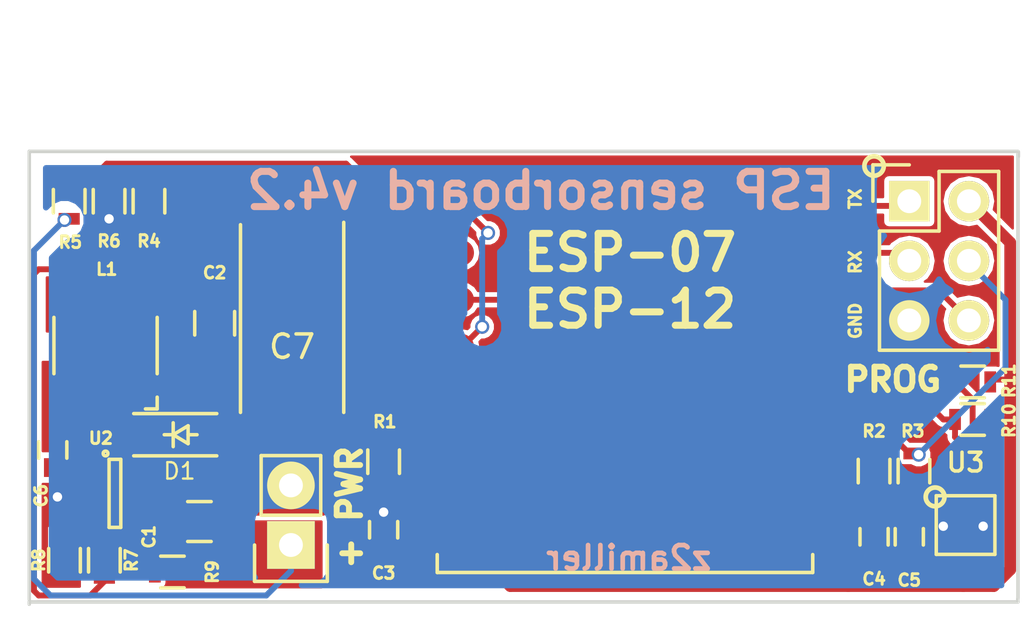
<source format=kicad_pcb>
(kicad_pcb (version 4) (host pcbnew 4.0.3-rc7-stable)

  (general
    (links 58)
    (no_connects 0)
    (area 126.224999 72.324999 168.508001 91.775001)
    (thickness 1.6)
    (drawings 17)
    (tracks 151)
    (zones 0)
    (modules 25)
    (nets 21)
  )

  (page A4)
  (layers
    (0 F.Cu mixed)
    (31 B.Cu mixed)
    (32 B.Adhes user)
    (33 F.Adhes user)
    (34 B.Paste user)
    (35 F.Paste user)
    (36 B.SilkS user)
    (37 F.SilkS user)
    (38 B.Mask user)
    (39 F.Mask user)
    (40 Dwgs.User user)
    (41 Cmts.User user)
    (42 Eco1.User user)
    (43 Eco2.User user)
    (44 Edge.Cuts user)
    (45 Margin user)
    (46 B.CrtYd user)
    (47 F.CrtYd user)
    (48 B.Fab user)
    (49 F.Fab user)
  )

  (setup
    (last_trace_width 0.25)
    (user_trace_width 0.25)
    (trace_clearance 0.2)
    (zone_clearance 0.1)
    (zone_45_only yes)
    (trace_min 0.2)
    (segment_width 0.2)
    (edge_width 0.15)
    (via_size 0.6)
    (via_drill 0.4)
    (via_min_size 0.4)
    (via_min_drill 0.3)
    (user_via 0.6 0.4)
    (uvia_size 0.3)
    (uvia_drill 0.1)
    (uvias_allowed no)
    (uvia_min_size 0.2)
    (uvia_min_drill 0.1)
    (pcb_text_width 0.3)
    (pcb_text_size 1.5 1.5)
    (mod_edge_width 0.15)
    (mod_text_size 0.5 0.5)
    (mod_text_width 0.125)
    (pad_size 2.032 2.032)
    (pad_drill 1.016)
    (pad_to_mask_clearance 0.2)
    (aux_axis_origin 0 0)
    (grid_origin 143.2 70.1236)
    (visible_elements FFFEFF7F)
    (pcbplotparams
      (layerselection 0x010f0_ffffffff)
      (usegerberextensions true)
      (excludeedgelayer true)
      (linewidth 0.100000)
      (plotframeref false)
      (viasonmask false)
      (mode 1)
      (useauxorigin false)
      (hpglpennumber 1)
      (hpglpenspeed 20)
      (hpglpendiameter 15)
      (hpglpenoverlay 2)
      (psnegative false)
      (psa4output false)
      (plotreference true)
      (plotvalue false)
      (plotinvisibletext false)
      (padsonsilk false)
      (subtractmaskfromsilk false)
      (outputformat 1)
      (mirror false)
      (drillshape 0)
      (scaleselection 1)
      (outputdirectory /Users/armil/projects/sensorboard/hardware/sensorboard/gerber/))
  )

  (net 0 "")
  (net 1 +6V)
  (net 2 GND)
  (net 3 +3V3)
  (net 4 TXD)
  (net 5 RXD)
  (net 6 GPIO0)
  (net 7 GPIO16)
  (net 8 CH_PD)
  (net 9 GPIO15)
  (net 10 "Net-(U1-Pad11)")
  (net 11 ADC_IN)
  (net 12 "Net-(C6-Pad1)")
  (net 13 "Net-(C6-Pad2)")
  (net 14 "Net-(R7-Pad2)")
  (net 15 "Net-(R9-Pad2)")
  (net 16 "Net-(U1-Pad5)")
  (net 17 "Net-(U1-Pad6)")
  (net 18 "Net-(U1-Pad7)")
  (net 19 SDL)
  (net 20 SDA)

  (net_class Default "This is the default net class."
    (clearance 0.2)
    (trace_width 0.25)
    (via_dia 0.6)
    (via_drill 0.4)
    (uvia_dia 0.3)
    (uvia_drill 0.1)
    (add_net +6V)
    (add_net ADC_IN)
    (add_net CH_PD)
    (add_net GND)
    (add_net GPIO0)
    (add_net GPIO15)
    (add_net GPIO16)
    (add_net "Net-(C6-Pad1)")
    (add_net "Net-(C6-Pad2)")
    (add_net "Net-(R7-Pad2)")
    (add_net "Net-(R9-Pad2)")
    (add_net "Net-(U1-Pad11)")
    (add_net "Net-(U1-Pad5)")
    (add_net "Net-(U1-Pad6)")
    (add_net "Net-(U1-Pad7)")
    (add_net RXD)
    (add_net SDA)
    (add_net SDL)
    (add_net TXD)
  )

  (net_class 3v3 ""
    (clearance 0.2)
    (trace_width 0.5)
    (via_dia 0.8)
    (via_drill 0.6)
    (uvia_dia 0.3)
    (uvia_drill 0.1)
    (add_net +3V3)
  )

  (module Pin_Headers:Pin_Header_Straight_2x03 (layer F.Cu) (tedit 563E9BC6) (tstamp 55FF1E70)
    (at 163.8 74.5236)
    (descr "Through hole pin header")
    (tags "pin header")
    (path /55FF1B5B)
    (fp_text reference P2 (at 4.826 2.794 270) (layer F.SilkS) hide
      (effects (font (size 1 1) (thickness 0.15)))
    )
    (fp_text value PROG (at 0 -3.1) (layer F.Fab)
      (effects (font (size 1 1) (thickness 0.15)))
    )
    (fp_line (start -1.27 1.27) (end -1.27 6.35) (layer F.SilkS) (width 0.15))
    (fp_line (start -1.55 -1.55) (end 0 -1.55) (layer F.SilkS) (width 0.15))
    (fp_line (start -1.75 -1.75) (end -1.75 6.85) (layer F.CrtYd) (width 0.05))
    (fp_line (start 4.3 -1.75) (end 4.3 6.85) (layer F.CrtYd) (width 0.05))
    (fp_line (start -1.75 -1.75) (end 4.3 -1.75) (layer F.CrtYd) (width 0.05))
    (fp_line (start -1.75 6.85) (end 4.3 6.85) (layer F.CrtYd) (width 0.05))
    (fp_line (start 1.27 -1.27) (end 1.27 1.27) (layer F.SilkS) (width 0.15))
    (fp_line (start 1.27 1.27) (end -1.27 1.27) (layer F.SilkS) (width 0.15))
    (fp_line (start -1.27 6.35) (end 3.81 6.35) (layer F.SilkS) (width 0.15))
    (fp_line (start 3.81 6.35) (end 3.81 1.27) (layer F.SilkS) (width 0.15))
    (fp_line (start -1.55 -1.55) (end -1.55 0) (layer F.SilkS) (width 0.15))
    (fp_line (start 3.81 -1.27) (end 1.27 -1.27) (layer F.SilkS) (width 0.15))
    (fp_line (start 3.81 1.27) (end 3.81 -1.27) (layer F.SilkS) (width 0.15))
    (pad 1 thru_hole rect (at 0 0) (size 1.7272 1.7272) (drill 1.016) (layers *.Cu *.Mask F.SilkS)
      (net 4 TXD))
    (pad 2 thru_hole oval (at 2.54 0) (size 1.7272 1.7272) (drill 1.016) (layers *.Cu *.Mask F.SilkS)
      (net 3 +3V3))
    (pad 3 thru_hole oval (at 0 2.54) (size 1.7272 1.7272) (drill 1.016) (layers *.Cu *.Mask F.SilkS)
      (net 5 RXD))
    (pad 4 thru_hole oval (at 2.54 2.54) (size 1.7272 1.7272) (drill 1.016) (layers *.Cu *.Mask F.SilkS)
      (net 6 GPIO0))
    (pad 5 thru_hole oval (at 0 5.08) (size 1.7272 1.7272) (drill 1.016) (layers *.Cu *.Mask F.SilkS)
      (net 2 GND))
    (pad 6 thru_hole oval (at 2.54 5.08) (size 1.7272 1.7272) (drill 1.016) (layers *.Cu *.Mask F.SilkS)
      (net 8 CH_PD))
    (model Pin_Headers.3dshapes/Pin_Header_Straight_2x03.wrl
      (at (xyz 0.05 -0.1 0))
      (scale (xyz 1 1 1))
      (rotate (xyz 0 0 90))
    )
  )

  (module ESP8266:ESP-12 (layer F.Cu) (tedit 563E9CAC) (tstamp 55FF1EC8)
    (at 144.7 74.7236)
    (descr "Module, ESP-8266, ESP-12, 16 pad, SMD")
    (tags "Module ESP-8266 ESP8266")
    (path /55FE33C2)
    (fp_text reference U1 (at 7.0989 14.6764) (layer F.SilkS) hide
      (effects (font (size 1 1) (thickness 0.15)))
    )
    (fp_text value ESP-07v2 (at 6.992 1) (layer F.Fab)
      (effects (font (size 1 1) (thickness 0.15)))
    )
    (fp_line (start -2.25 -0.5) (end -2.25 -8.75) (layer F.CrtYd) (width 0.05))
    (fp_line (start -2.25 -8.75) (end 15.25 -8.75) (layer F.CrtYd) (width 0.05))
    (fp_line (start 15.25 -8.75) (end 16.25 -8.75) (layer F.CrtYd) (width 0.05))
    (fp_line (start 16.25 -8.75) (end 16.25 16) (layer F.CrtYd) (width 0.05))
    (fp_line (start 16.25 16) (end -2.25 16) (layer F.CrtYd) (width 0.05))
    (fp_line (start -2.25 16) (end -2.25 -0.5) (layer F.CrtYd) (width 0.05))
    (fp_line (start -1.016 -8.382) (end 14.986 -8.382) (layer F.CrtYd) (width 0.1524))
    (fp_line (start 14.986 -8.382) (end 14.986 -0.889) (layer F.CrtYd) (width 0.1524))
    (fp_line (start -1.016 -8.382) (end -1.016 -1.016) (layer F.CrtYd) (width 0.1524))
    (fp_line (start -1.016 14.859) (end -1.016 15.621) (layer F.SilkS) (width 0.1524))
    (fp_line (start -1.016 15.621) (end 14.986 15.621) (layer F.SilkS) (width 0.1524))
    (fp_line (start 14.986 15.621) (end 14.986 14.859) (layer F.SilkS) (width 0.1524))
    (fp_line (start 14.992 -8.4) (end -1.008 -2.6) (layer F.CrtYd) (width 0.1524))
    (fp_line (start -1.008 -8.4) (end 14.992 -2.6) (layer F.CrtYd) (width 0.1524))
    (fp_text user "No Copper" (at 6.892 -5.4) (layer F.CrtYd)
      (effects (font (size 1 1) (thickness 0.15)))
    )
    (fp_line (start -1.008 -2.6) (end 14.992 -2.6) (layer F.CrtYd) (width 0.1524))
    (fp_line (start 15 -8.4) (end 15 15.6) (layer F.Fab) (width 0.05))
    (fp_line (start 14.992 15.6) (end -1.008 15.6) (layer F.Fab) (width 0.05))
    (fp_line (start -1.008 15.6) (end -1.008 -8.4) (layer F.Fab) (width 0.05))
    (fp_line (start -1.008 -8.4) (end 14.992 -8.4) (layer F.Fab) (width 0.05))
    (pad 1 smd rect (at 0 0) (size 2.5 1.1) (drill (offset -0.7 0)) (layers F.Cu F.Paste F.Mask)
      (net 7 GPIO16))
    (pad 2 smd oval (at 0 2) (size 2.5 1.1) (drill (offset -0.7 0)) (layers F.Cu F.Paste F.Mask)
      (net 11 ADC_IN))
    (pad 3 smd oval (at 0 4) (size 2.5 1.1) (drill (offset -0.7 0)) (layers F.Cu F.Paste F.Mask)
      (net 8 CH_PD))
    (pad 4 smd oval (at 0 6) (size 2.5 1.1) (drill (offset -0.7 0)) (layers F.Cu F.Paste F.Mask)
      (net 7 GPIO16))
    (pad 5 smd oval (at 0 8) (size 2.5 1.1) (drill (offset -0.7 0)) (layers F.Cu F.Paste F.Mask)
      (net 16 "Net-(U1-Pad5)"))
    (pad 6 smd oval (at 0 10) (size 2.5 1.1) (drill (offset -0.7 0)) (layers F.Cu F.Paste F.Mask)
      (net 17 "Net-(U1-Pad6)"))
    (pad 7 smd oval (at 0 12) (size 2.5 1.1) (drill (offset -0.7 0)) (layers F.Cu F.Paste F.Mask)
      (net 18 "Net-(U1-Pad7)"))
    (pad 8 smd oval (at 0 14) (size 2.5 1.1) (drill (offset -0.7 0)) (layers F.Cu F.Paste F.Mask)
      (net 3 +3V3))
    (pad 9 smd oval (at 14 14) (size 2.5 1.1) (drill (offset 0.7 0)) (layers F.Cu F.Paste F.Mask)
      (net 2 GND))
    (pad 10 smd oval (at 14 12) (size 2.5 1.1) (drill (offset 0.6 0)) (layers F.Cu F.Paste F.Mask)
      (net 9 GPIO15))
    (pad 11 smd oval (at 14 10) (size 2.5 1.1) (drill (offset 0.7 0)) (layers F.Cu F.Paste F.Mask)
      (net 10 "Net-(U1-Pad11)"))
    (pad 12 smd oval (at 14 8) (size 2.5 1.1) (drill (offset 0.7 0)) (layers F.Cu F.Paste F.Mask)
      (net 6 GPIO0))
    (pad 13 smd oval (at 14 6) (size 2.5 1.1) (drill (offset 0.7 0)) (layers F.Cu F.Paste F.Mask)
      (net 20 SDA))
    (pad 14 smd oval (at 14 4) (size 2.5 1.1) (drill (offset 0.7 0)) (layers F.Cu F.Paste F.Mask)
      (net 19 SDL))
    (pad 15 smd oval (at 14 2) (size 2.5 1.1) (drill (offset 0.7 0)) (layers F.Cu F.Paste F.Mask)
      (net 5 RXD))
    (pad 16 smd oval (at 14 0) (size 2.5 1.1) (drill (offset 0.7 0)) (layers F.Cu F.Paste F.Mask)
      (net 4 TXD))
    (model ${ESPLIB}/ESP8266.3dshapes/ESP-12.wrl
      (at (xyz 0 0 0))
      (scale (xyz 0.3937 0.3937 0.3937))
      (rotate (xyz 0 0 0))
    )
  )

  (module Diodes_SMD:SOD-123 (layer F.Cu) (tedit 57814008) (tstamp 56D222B0)
    (at 132.75 84.4736)
    (descr SOD-123)
    (tags SOD-123)
    (path /56D220A1)
    (attr smd)
    (fp_text reference D1 (at -0.05 1.55 180) (layer F.SilkS)
      (effects (font (size 0.7 0.7) (thickness 0.1)))
    )
    (fp_text value "60V 1A" (at 0 2.1) (layer F.Fab)
      (effects (font (size 1 1) (thickness 0.15)))
    )
    (fp_line (start 0.3175 0) (end 0.6985 0) (layer F.SilkS) (width 0.15))
    (fp_line (start -0.6985 0) (end -0.3175 0) (layer F.SilkS) (width 0.15))
    (fp_line (start -0.3175 0) (end 0.3175 -0.381) (layer F.SilkS) (width 0.15))
    (fp_line (start 0.3175 -0.381) (end 0.3175 0.381) (layer F.SilkS) (width 0.15))
    (fp_line (start 0.3175 0.381) (end -0.3175 0) (layer F.SilkS) (width 0.15))
    (fp_line (start -0.3175 -0.508) (end -0.3175 0.508) (layer F.SilkS) (width 0.15))
    (fp_line (start -2.25 -1.05) (end 2.25 -1.05) (layer F.CrtYd) (width 0.05))
    (fp_line (start 2.25 -1.05) (end 2.25 1.05) (layer F.CrtYd) (width 0.05))
    (fp_line (start 2.25 1.05) (end -2.25 1.05) (layer F.CrtYd) (width 0.05))
    (fp_line (start -2.25 -1.05) (end -2.25 1.05) (layer F.CrtYd) (width 0.05))
    (fp_line (start -2 0.9) (end 1.54 0.9) (layer F.SilkS) (width 0.15))
    (fp_line (start -2 -0.9) (end 1.54 -0.9) (layer F.SilkS) (width 0.15))
    (pad 1 smd rect (at -1.635 0) (size 0.91 1.22) (layers F.Cu F.Paste F.Mask)
      (net 13 "Net-(C6-Pad2)"))
    (pad 2 smd rect (at 1.635 0) (size 0.91 1.22) (layers F.Cu F.Paste F.Mask)
      (net 2 GND) (zone_connect 2))
  )

  (module Pin_Headers:Pin_Header_Straight_1x02 (layer F.Cu) (tedit 57813136) (tstamp 56D222C1)
    (at 137.45 89.1736 180)
    (descr "Through hole pin header")
    (tags "pin header")
    (path /55FE3681)
    (fp_text reference P1 (at 2.5 2.5 270) (layer F.SilkS) hide
      (effects (font (size 1 1) (thickness 0.15)))
    )
    (fp_text value PWR (at 0 -3.1 180) (layer F.Fab)
      (effects (font (size 1 1) (thickness 0.15)))
    )
    (fp_line (start 1.27 1.27) (end 1.27 3.81) (layer F.SilkS) (width 0.15))
    (fp_line (start 1.55 -1.55) (end 1.55 0) (layer F.SilkS) (width 0.15))
    (fp_line (start -1.75 -1.75) (end -1.75 4.3) (layer F.CrtYd) (width 0.05))
    (fp_line (start 1.75 -1.75) (end 1.75 4.3) (layer F.CrtYd) (width 0.05))
    (fp_line (start -1.75 -1.75) (end 1.75 -1.75) (layer F.CrtYd) (width 0.05))
    (fp_line (start -1.75 4.3) (end 1.75 4.3) (layer F.CrtYd) (width 0.05))
    (fp_line (start 1.27 1.27) (end -1.27 1.27) (layer F.SilkS) (width 0.15))
    (fp_line (start -1.55 0) (end -1.55 -1.55) (layer F.SilkS) (width 0.15))
    (fp_line (start -1.55 -1.55) (end 1.55 -1.55) (layer F.SilkS) (width 0.15))
    (fp_line (start -1.27 1.27) (end -1.27 3.81) (layer F.SilkS) (width 0.15))
    (fp_line (start -1.27 3.81) (end 1.27 3.81) (layer F.SilkS) (width 0.15))
    (pad 1 thru_hole rect (at 0 0 180) (size 2.032 2.032) (drill 1.016) (layers *.Cu *.Mask F.SilkS)
      (net 1 +6V))
    (pad 2 thru_hole oval (at 0 2.54 180) (size 2.032 2.032) (drill 1.016) (layers *.Cu *.Mask F.SilkS)
      (net 2 GND) (zone_connect 2))
    (model Pin_Headers.3dshapes/Pin_Header_Straight_1x02.wrl
      (at (xyz 0 -0.05 0))
      (scale (xyz 1 1 1))
      (rotate (xyz 0 0 90))
    )
  )

  (module TO_SOT_Packages_SMD:SOT-23-6 (layer F.Cu) (tedit 57813F9E) (tstamp 56D223CC)
    (at 129.95 86.9736)
    (descr "6-pin SOT-23 package")
    (tags SOT-23-6)
    (path /56D21A04)
    (solder_mask_margin 0.1)
    (attr smd)
    (fp_text reference U2 (at -0.6 -2.35) (layer F.SilkS)
      (effects (font (size 0.5 0.5) (thickness 0.125)))
    )
    (fp_text value LMR16006Y (at 0 2.9) (layer F.Fab)
      (effects (font (size 1 1) (thickness 0.15)))
    )
    (fp_circle (center -0.4 -1.7) (end -0.3 -1.7) (layer F.SilkS) (width 0.15))
    (fp_line (start 0.25 -1.45) (end -0.25 -1.45) (layer F.SilkS) (width 0.15))
    (fp_line (start 0.25 1.45) (end 0.25 -1.45) (layer F.SilkS) (width 0.15))
    (fp_line (start -0.25 1.45) (end 0.25 1.45) (layer F.SilkS) (width 0.15))
    (fp_line (start -0.25 -1.45) (end -0.25 1.45) (layer F.SilkS) (width 0.15))
    (pad 1 smd rect (at -1.1 -0.95) (size 1.06 0.65) (layers F.Cu F.Paste F.Mask)
      (net 12 "Net-(C6-Pad1)"))
    (pad 2 smd rect (at -1.1 0) (size 1.06 0.65) (layers F.Cu F.Paste F.Mask)
      (net 2 GND))
    (pad 3 smd rect (at -1.1 0.95) (size 1.06 0.65) (layers F.Cu F.Paste F.Mask)
      (net 14 "Net-(R7-Pad2)"))
    (pad 4 smd rect (at 1.1 0.95) (size 1.06 0.65) (layers F.Cu F.Paste F.Mask)
      (net 15 "Net-(R9-Pad2)"))
    (pad 6 smd rect (at 1.1 -0.95) (size 1.06 0.65) (layers F.Cu F.Paste F.Mask)
      (net 13 "Net-(C6-Pad2)"))
    (pad 5 smd rect (at 1.1 0) (size 1.06 0.65) (layers F.Cu F.Paste F.Mask)
      (net 1 +6V))
    (model TO_SOT_Packages_SMD.3dshapes/SOT-23-6.wrl
      (at (xyz 0 0 0))
      (scale (xyz 1 1 1))
      (rotate (xyz 0 0 0))
    )
  )

  (module TO_SOT_Packages_SMD:FGA8 (layer F.Cu) (tedit 5702A1FF) (tstamp 5701F838)
    (at 166.2 88.3236)
    (path /570205E1)
    (solder_mask_margin 0.02)
    (fp_text reference U3 (at 0 -2.667 180) (layer F.SilkS)
      (effects (font (size 0.8 0.8) (thickness 0.15)))
    )
    (fp_text value BME280 (at 0 0) (layer F.Fab)
      (effects (font (size 0.8 0.8) (thickness 0.15)))
    )
    (fp_line (start -1.25 -1.25) (end 1.25 -1.25) (layer F.SilkS) (width 0.15))
    (fp_line (start -1.25 1.25) (end -1.25 -1.25) (layer F.SilkS) (width 0.15))
    (fp_line (start 1.25 -1.25) (end 1.25 1.25) (layer F.SilkS) (width 0.15))
    (fp_line (start 1.25 1.25) (end -1.25 1.25) (layer F.SilkS) (width 0.15))
    (pad 1 smd rect (at -0.975 -1.275) (size 0.35 1.2) (layers F.Cu F.Paste F.Mask)
      (net 2 GND))
    (pad 8 smd rect (at -0.975 1.275) (size 0.35 1.2) (layers F.Cu F.Paste F.Mask)
      (net 3 +3V3))
    (pad 2 smd rect (at -0.325 -1.275) (size 0.35 1.2) (layers F.Cu F.Paste F.Mask)
      (net 3 +3V3))
    (pad 7 smd rect (at -0.325 1.275) (size 0.35 1.2) (layers F.Cu F.Paste F.Mask)
      (net 2 GND))
    (pad 3 smd rect (at 0.325 -1.275) (size 0.35 1.2) (layers F.Cu F.Paste F.Mask)
      (net 20 SDA))
    (pad 6 smd rect (at 0.325 1.275) (size 0.35 1.2) (layers F.Cu F.Paste F.Mask)
      (net 3 +3V3))
    (pad 4 smd rect (at 0.975 -1.275) (size 0.35 1.2) (layers F.Cu F.Paste F.Mask)
      (net 19 SDL))
    (pad 5 smd rect (at 0.975 1.275) (size 0.35 1.2) (layers F.Cu F.Paste F.Mask)
      (net 2 GND))
  )

  (module Resistors_SMD:R_0603 (layer F.Cu) (tedit 57813F1E) (tstamp 5701F82C)
    (at 166.5 82.2236)
    (descr "Resistor SMD 0603, reflow soldering, Vishay (see dcrcw.pdf)")
    (tags "resistor 0603")
    (path /57021C68)
    (attr smd)
    (fp_text reference R11 (at 1.55 -0.05 270) (layer F.SilkS)
      (effects (font (size 0.5 0.5) (thickness 0.125)))
    )
    (fp_text value 10k (at 0 1.9) (layer F.Fab)
      (effects (font (size 1 1) (thickness 0.15)))
    )
    (fp_line (start -1.3 -0.8) (end 1.3 -0.8) (layer F.CrtYd) (width 0.05))
    (fp_line (start -1.3 0.8) (end 1.3 0.8) (layer F.CrtYd) (width 0.05))
    (fp_line (start -1.3 -0.8) (end -1.3 0.8) (layer F.CrtYd) (width 0.05))
    (fp_line (start 1.3 -0.8) (end 1.3 0.8) (layer F.CrtYd) (width 0.05))
    (fp_line (start 0.5 0.675) (end -0.5 0.675) (layer F.SilkS) (width 0.15))
    (fp_line (start -0.5 -0.675) (end 0.5 -0.675) (layer F.SilkS) (width 0.15))
    (pad 1 smd rect (at -0.75 0) (size 0.5 0.9) (layers F.Cu F.Paste F.Mask)
      (net 19 SDL))
    (pad 2 smd rect (at 0.75 0) (size 0.5 0.9) (layers F.Cu F.Paste F.Mask)
      (net 3 +3V3))
    (model Resistors_SMD.3dshapes/R_0603.wrl
      (at (xyz 0 0 0))
      (scale (xyz 1 1 1))
      (rotate (xyz 0 0 0))
    )
  )

  (module Resistors_SMD:R_0603 (layer F.Cu) (tedit 57813F3D) (tstamp 5701F826)
    (at 166.5 83.8236)
    (descr "Resistor SMD 0603, reflow soldering, Vishay (see dcrcw.pdf)")
    (tags "resistor 0603")
    (path /57021BB4)
    (attr smd)
    (fp_text reference R10 (at 1.55 0.05 90) (layer F.SilkS)
      (effects (font (size 0.5 0.5) (thickness 0.125)))
    )
    (fp_text value 10k (at 0 1.9) (layer F.Fab)
      (effects (font (size 1 1) (thickness 0.15)))
    )
    (fp_line (start -1.3 -0.8) (end 1.3 -0.8) (layer F.CrtYd) (width 0.05))
    (fp_line (start -1.3 0.8) (end 1.3 0.8) (layer F.CrtYd) (width 0.05))
    (fp_line (start -1.3 -0.8) (end -1.3 0.8) (layer F.CrtYd) (width 0.05))
    (fp_line (start 1.3 -0.8) (end 1.3 0.8) (layer F.CrtYd) (width 0.05))
    (fp_line (start 0.5 0.675) (end -0.5 0.675) (layer F.SilkS) (width 0.15))
    (fp_line (start -0.5 -0.675) (end 0.5 -0.675) (layer F.SilkS) (width 0.15))
    (pad 1 smd rect (at -0.75 0) (size 0.5 0.9) (layers F.Cu F.Paste F.Mask)
      (net 20 SDA))
    (pad 2 smd rect (at 0.75 0) (size 0.5 0.9) (layers F.Cu F.Paste F.Mask)
      (net 3 +3V3))
    (model Resistors_SMD.3dshapes/R_0603.wrl
      (at (xyz 0 0 0))
      (scale (xyz 1 1 1))
      (rotate (xyz 0 0 0))
    )
  )

  (module Resistors_SMD:R_0603 (layer F.Cu) (tedit 57813FAA) (tstamp 56D222D3)
    (at 132.4 90.3236 180)
    (descr "Resistor SMD 0603, reflow soldering, Vishay (see dcrcw.pdf)")
    (tags "resistor 0603")
    (path /56D21B46)
    (attr smd)
    (fp_text reference R9 (at -1.7 0 270) (layer F.SilkS)
      (effects (font (size 0.5 0.5) (thickness 0.125)))
    )
    (fp_text value 100k (at 0 1.9 180) (layer F.Fab)
      (effects (font (size 1 1) (thickness 0.15)))
    )
    (fp_line (start -1.3 -0.8) (end 1.3 -0.8) (layer F.CrtYd) (width 0.05))
    (fp_line (start -1.3 0.8) (end 1.3 0.8) (layer F.CrtYd) (width 0.05))
    (fp_line (start -1.3 -0.8) (end -1.3 0.8) (layer F.CrtYd) (width 0.05))
    (fp_line (start 1.3 -0.8) (end 1.3 0.8) (layer F.CrtYd) (width 0.05))
    (fp_line (start 0.5 0.675) (end -0.5 0.675) (layer F.SilkS) (width 0.15))
    (fp_line (start -0.5 -0.675) (end 0.5 -0.675) (layer F.SilkS) (width 0.15))
    (pad 1 smd rect (at -0.75 0 180) (size 0.5 0.9) (layers F.Cu F.Paste F.Mask)
      (net 1 +6V))
    (pad 2 smd rect (at 0.75 0 180) (size 0.5 0.9) (layers F.Cu F.Paste F.Mask)
      (net 15 "Net-(R9-Pad2)"))
    (model Resistors_SMD.3dshapes/R_0603.wrl
      (at (xyz 0 0 0))
      (scale (xyz 1 1 1))
      (rotate (xyz 0 0 0))
    )
  )

  (module Resistors_SMD:R_0603 (layer F.Cu) (tedit 57813FDF) (tstamp 56D222CD)
    (at 127.8 89.8236 270)
    (descr "Resistor SMD 0603, reflow soldering, Vishay (see dcrcw.pdf)")
    (tags "resistor 0603")
    (path /56D222F6)
    (attr smd)
    (fp_text reference R8 (at 0 1.1 270) (layer F.SilkS)
      (effects (font (size 0.5 0.5) (thickness 0.125)))
    )
    (fp_text value 10k (at 0 1.9 270) (layer F.Fab)
      (effects (font (size 1 1) (thickness 0.15)))
    )
    (fp_line (start -1.3 -0.8) (end 1.3 -0.8) (layer F.CrtYd) (width 0.05))
    (fp_line (start -1.3 0.8) (end 1.3 0.8) (layer F.CrtYd) (width 0.05))
    (fp_line (start -1.3 -0.8) (end -1.3 0.8) (layer F.CrtYd) (width 0.05))
    (fp_line (start 1.3 -0.8) (end 1.3 0.8) (layer F.CrtYd) (width 0.05))
    (fp_line (start 0.5 0.675) (end -0.5 0.675) (layer F.SilkS) (width 0.15))
    (fp_line (start -0.5 -0.675) (end 0.5 -0.675) (layer F.SilkS) (width 0.15))
    (pad 1 smd rect (at -0.75 0 270) (size 0.5 0.9) (layers F.Cu F.Paste F.Mask)
      (net 14 "Net-(R7-Pad2)"))
    (pad 2 smd rect (at 0.75 0 270) (size 0.5 0.9) (layers F.Cu F.Paste F.Mask)
      (net 2 GND))
    (model Resistors_SMD.3dshapes/R_0603.wrl
      (at (xyz 0 0 0))
      (scale (xyz 1 1 1))
      (rotate (xyz 0 0 0))
    )
  )

  (module Resistors_SMD:R_0603 (layer F.Cu) (tedit 57813FCA) (tstamp 56D222C7)
    (at 129.5 89.8236 90)
    (descr "Resistor SMD 0603, reflow soldering, Vishay (see dcrcw.pdf)")
    (tags "resistor 0603")
    (path /56D22281)
    (attr smd)
    (fp_text reference R7 (at 0 1.15 90) (layer F.SilkS)
      (effects (font (size 0.5 0.5) (thickness 0.125)))
    )
    (fp_text value 33k (at 0 1.9 90) (layer F.Fab)
      (effects (font (size 1 1) (thickness 0.15)))
    )
    (fp_line (start -1.3 -0.8) (end 1.3 -0.8) (layer F.CrtYd) (width 0.05))
    (fp_line (start -1.3 0.8) (end 1.3 0.8) (layer F.CrtYd) (width 0.05))
    (fp_line (start -1.3 -0.8) (end -1.3 0.8) (layer F.CrtYd) (width 0.05))
    (fp_line (start 1.3 -0.8) (end 1.3 0.8) (layer F.CrtYd) (width 0.05))
    (fp_line (start 0.5 0.675) (end -0.5 0.675) (layer F.SilkS) (width 0.15))
    (fp_line (start -0.5 -0.675) (end 0.5 -0.675) (layer F.SilkS) (width 0.15))
    (pad 1 smd rect (at -0.75 0 90) (size 0.5 0.9) (layers F.Cu F.Paste F.Mask)
      (net 3 +3V3))
    (pad 2 smd rect (at 0.75 0 90) (size 0.5 0.9) (layers F.Cu F.Paste F.Mask)
      (net 14 "Net-(R7-Pad2)"))
    (model Resistors_SMD.3dshapes/R_0603.wrl
      (at (xyz 0 0 0))
      (scale (xyz 1 1 1))
      (rotate (xyz 0 0 0))
    )
  )

  (module Resistors_SMD:R_0603 (layer F.Cu) (tedit 57814052) (tstamp 5637F35B)
    (at 129.7 74.5236 270)
    (descr "Resistor SMD 0603, reflow soldering, Vishay (see dcrcw.pdf)")
    (tags "resistor 0603")
    (path /562D41F0)
    (attr smd)
    (fp_text reference R6 (at 1.7 0 360) (layer F.SilkS)
      (effects (font (size 0.5 0.5) (thickness 0.125)))
    )
    (fp_text value 47K (at 0 1.9 270) (layer F.Fab)
      (effects (font (size 1 1) (thickness 0.15)))
    )
    (fp_line (start -1.3 -0.8) (end 1.3 -0.8) (layer F.CrtYd) (width 0.05))
    (fp_line (start -1.3 0.8) (end 1.3 0.8) (layer F.CrtYd) (width 0.05))
    (fp_line (start -1.3 -0.8) (end -1.3 0.8) (layer F.CrtYd) (width 0.05))
    (fp_line (start 1.3 -0.8) (end 1.3 0.8) (layer F.CrtYd) (width 0.05))
    (fp_line (start 0.5 0.675) (end -0.5 0.675) (layer F.SilkS) (width 0.15))
    (fp_line (start -0.5 -0.675) (end 0.5 -0.675) (layer F.SilkS) (width 0.15))
    (pad 1 smd rect (at -0.75 0 270) (size 0.5 0.9) (layers F.Cu F.Paste F.Mask)
      (net 11 ADC_IN))
    (pad 2 smd rect (at 0.75 0 270) (size 0.5 0.9) (layers F.Cu F.Paste F.Mask)
      (net 2 GND))
    (model Resistors_SMD.3dshapes/R_0603.wrl
      (at (xyz 0 0 0))
      (scale (xyz 1 1 1))
      (rotate (xyz 0 0 0))
    )
  )

  (module Resistors_SMD:R_0603 (layer F.Cu) (tedit 57814042) (tstamp 5637F355)
    (at 128 74.5236 90)
    (descr "Resistor SMD 0603, reflow soldering, Vishay (see dcrcw.pdf)")
    (tags "resistor 0603")
    (path /562D41A2)
    (attr smd)
    (fp_text reference R5 (at -1.75 0.05 180) (layer F.SilkS)
      (effects (font (size 0.5 0.5) (thickness 0.125)))
    )
    (fp_text value 470K (at 0 1.9 90) (layer F.Fab)
      (effects (font (size 1 1) (thickness 0.15)))
    )
    (fp_line (start -1.3 -0.8) (end 1.3 -0.8) (layer F.CrtYd) (width 0.05))
    (fp_line (start -1.3 0.8) (end 1.3 0.8) (layer F.CrtYd) (width 0.05))
    (fp_line (start -1.3 -0.8) (end -1.3 0.8) (layer F.CrtYd) (width 0.05))
    (fp_line (start 1.3 -0.8) (end 1.3 0.8) (layer F.CrtYd) (width 0.05))
    (fp_line (start 0.5 0.675) (end -0.5 0.675) (layer F.SilkS) (width 0.15))
    (fp_line (start -0.5 -0.675) (end 0.5 -0.675) (layer F.SilkS) (width 0.15))
    (pad 1 smd rect (at -0.75 0 90) (size 0.5 0.9) (layers F.Cu F.Paste F.Mask)
      (net 1 +6V))
    (pad 2 smd rect (at 0.75 0 90) (size 0.5 0.9) (layers F.Cu F.Paste F.Mask)
      (net 11 ADC_IN))
    (model Resistors_SMD.3dshapes/R_0603.wrl
      (at (xyz 0 0 0))
      (scale (xyz 1 1 1))
      (rotate (xyz 0 0 0))
    )
  )

  (module Resistors_SMD:R_0603 (layer F.Cu) (tedit 57813F5A) (tstamp 55FF1E7C)
    (at 141.4 85.6236 90)
    (descr "Resistor SMD 0603, reflow soldering, Vishay (see dcrcw.pdf)")
    (tags "resistor 0603")
    (path /55FE5653)
    (attr smd)
    (fp_text reference R1 (at 1.7 0.05 180) (layer F.SilkS)
      (effects (font (size 0.5 0.5) (thickness 0.125)))
    )
    (fp_text value 10k (at 0 1.9 90) (layer F.Fab)
      (effects (font (size 1 1) (thickness 0.15)))
    )
    (fp_line (start -1.3 -0.8) (end 1.3 -0.8) (layer F.CrtYd) (width 0.05))
    (fp_line (start -1.3 0.8) (end 1.3 0.8) (layer F.CrtYd) (width 0.05))
    (fp_line (start -1.3 -0.8) (end -1.3 0.8) (layer F.CrtYd) (width 0.05))
    (fp_line (start 1.3 -0.8) (end 1.3 0.8) (layer F.CrtYd) (width 0.05))
    (fp_line (start 0.5 0.675) (end -0.5 0.675) (layer F.SilkS) (width 0.15))
    (fp_line (start -0.5 -0.675) (end 0.5 -0.675) (layer F.SilkS) (width 0.15))
    (pad 1 smd rect (at -0.75 0 90) (size 0.5 0.9) (layers F.Cu F.Paste F.Mask)
      (net 3 +3V3))
    (pad 2 smd rect (at 0.75 0 90) (size 0.5 0.9) (layers F.Cu F.Paste F.Mask)
      (net 7 GPIO16))
    (model Resistors_SMD.3dshapes/R_0603.wrl
      (at (xyz 0 0 0))
      (scale (xyz 1 1 1))
      (rotate (xyz 0 0 0))
    )
  )

  (module Resistors_SMD:R_0603 (layer F.Cu) (tedit 57813EDC) (tstamp 55FF1E88)
    (at 162.3 86.0236 90)
    (descr "Resistor SMD 0603, reflow soldering, Vishay (see dcrcw.pdf)")
    (tags "resistor 0603")
    (path /55FE59B4)
    (attr smd)
    (fp_text reference R2 (at 1.7 0 180) (layer F.SilkS)
      (effects (font (size 0.5 0.5) (thickness 0.125)))
    )
    (fp_text value 10k (at 0 1.9 90) (layer F.Fab)
      (effects (font (size 1 1) (thickness 0.15)))
    )
    (fp_line (start -1.3 -0.8) (end 1.3 -0.8) (layer F.CrtYd) (width 0.05))
    (fp_line (start -1.3 0.8) (end 1.3 0.8) (layer F.CrtYd) (width 0.05))
    (fp_line (start -1.3 -0.8) (end -1.3 0.8) (layer F.CrtYd) (width 0.05))
    (fp_line (start 1.3 -0.8) (end 1.3 0.8) (layer F.CrtYd) (width 0.05))
    (fp_line (start 0.5 0.675) (end -0.5 0.675) (layer F.SilkS) (width 0.15))
    (fp_line (start -0.5 -0.675) (end 0.5 -0.675) (layer F.SilkS) (width 0.15))
    (pad 1 smd rect (at -0.75 0 90) (size 0.5 0.9) (layers F.Cu F.Paste F.Mask)
      (net 9 GPIO15))
    (pad 2 smd rect (at 0.75 0 90) (size 0.5 0.9) (layers F.Cu F.Paste F.Mask)
      (net 2 GND))
    (model Resistors_SMD.3dshapes/R_0603.wrl
      (at (xyz 0 0 0))
      (scale (xyz 1 1 1))
      (rotate (xyz 0 0 0))
    )
  )

  (module Resistors_SMD:R_0603 (layer F.Cu) (tedit 57813ED9) (tstamp 55FF1E94)
    (at 164 86.0236 90)
    (descr "Resistor SMD 0603, reflow soldering, Vishay (see dcrcw.pdf)")
    (tags "resistor 0603")
    (path /55FF22B8)
    (attr smd)
    (fp_text reference R3 (at 1.7 -0.05 360) (layer F.SilkS)
      (effects (font (size 0.5 0.5) (thickness 0.125)))
    )
    (fp_text value 10k (at 0 1.9 90) (layer F.Fab)
      (effects (font (size 1 1) (thickness 0.15)))
    )
    (fp_line (start -1.3 -0.8) (end 1.3 -0.8) (layer F.CrtYd) (width 0.05))
    (fp_line (start -1.3 0.8) (end 1.3 0.8) (layer F.CrtYd) (width 0.05))
    (fp_line (start -1.3 -0.8) (end -1.3 0.8) (layer F.CrtYd) (width 0.05))
    (fp_line (start 1.3 -0.8) (end 1.3 0.8) (layer F.CrtYd) (width 0.05))
    (fp_line (start 0.5 0.675) (end -0.5 0.675) (layer F.SilkS) (width 0.15))
    (fp_line (start -0.5 -0.675) (end 0.5 -0.675) (layer F.SilkS) (width 0.15))
    (pad 1 smd rect (at -0.75 0 90) (size 0.5 0.9) (layers F.Cu F.Paste F.Mask)
      (net 3 +3V3))
    (pad 2 smd rect (at 0.75 0 90) (size 0.5 0.9) (layers F.Cu F.Paste F.Mask)
      (net 6 GPIO0))
    (model Resistors_SMD.3dshapes/R_0603.wrl
      (at (xyz 0 0 0))
      (scale (xyz 1 1 1))
      (rotate (xyz 0 0 0))
    )
  )

  (module Resistors_SMD:R_0603 (layer F.Cu) (tedit 5781404A) (tstamp 55FF1EA0)
    (at 131.4 74.5236 90)
    (descr "Resistor SMD 0603, reflow soldering, Vishay (see dcrcw.pdf)")
    (tags "resistor 0603")
    (path /55FF23C6)
    (attr smd)
    (fp_text reference R4 (at -1.7 0 180) (layer F.SilkS)
      (effects (font (size 0.5 0.5) (thickness 0.125)))
    )
    (fp_text value 10k (at 0 1.9 90) (layer F.Fab)
      (effects (font (size 1 1) (thickness 0.15)))
    )
    (fp_line (start -1.3 -0.8) (end 1.3 -0.8) (layer F.CrtYd) (width 0.05))
    (fp_line (start -1.3 0.8) (end 1.3 0.8) (layer F.CrtYd) (width 0.05))
    (fp_line (start -1.3 -0.8) (end -1.3 0.8) (layer F.CrtYd) (width 0.05))
    (fp_line (start 1.3 -0.8) (end 1.3 0.8) (layer F.CrtYd) (width 0.05))
    (fp_line (start 0.5 0.675) (end -0.5 0.675) (layer F.SilkS) (width 0.15))
    (fp_line (start -0.5 -0.675) (end 0.5 -0.675) (layer F.SilkS) (width 0.15))
    (pad 1 smd rect (at -0.75 0 90) (size 0.5 0.9) (layers F.Cu F.Paste F.Mask)
      (net 3 +3V3))
    (pad 2 smd rect (at 0.75 0 90) (size 0.5 0.9) (layers F.Cu F.Paste F.Mask)
      (net 8 CH_PD))
    (model Resistors_SMD.3dshapes/R_0603.wrl
      (at (xyz 0 0 0))
      (scale (xyz 1 1 1))
      (rotate (xyz 0 0 0))
    )
  )

  (module Capacitors_SMD:C_0603 (layer F.Cu) (tedit 57814018) (tstamp 56D222AA)
    (at 127.3 85.1236 90)
    (descr "Capacitor SMD 0603, reflow soldering, AVX (see smccp.pdf)")
    (tags "capacitor 0603")
    (path /56D21DE9)
    (attr smd)
    (fp_text reference C6 (at -1.95 -0.5 270) (layer F.SilkS)
      (effects (font (size 0.5 0.5) (thickness 0.125)))
    )
    (fp_text value 1uf (at 0 1.9 90) (layer F.Fab)
      (effects (font (size 1 1) (thickness 0.15)))
    )
    (fp_line (start -1.45 -0.75) (end 1.45 -0.75) (layer F.CrtYd) (width 0.05))
    (fp_line (start -1.45 0.75) (end 1.45 0.75) (layer F.CrtYd) (width 0.05))
    (fp_line (start -1.45 -0.75) (end -1.45 0.75) (layer F.CrtYd) (width 0.05))
    (fp_line (start 1.45 -0.75) (end 1.45 0.75) (layer F.CrtYd) (width 0.05))
    (fp_line (start -0.35 -0.6) (end 0.35 -0.6) (layer F.SilkS) (width 0.15))
    (fp_line (start 0.35 0.6) (end -0.35 0.6) (layer F.SilkS) (width 0.15))
    (pad 1 smd rect (at -0.75 0 90) (size 0.8 0.75) (layers F.Cu F.Paste F.Mask)
      (net 12 "Net-(C6-Pad1)"))
    (pad 2 smd rect (at 0.75 0 90) (size 0.8 0.75) (layers F.Cu F.Paste F.Mask)
      (net 13 "Net-(C6-Pad2)"))
    (model Capacitors_SMD.3dshapes/C_0603.wrl
      (at (xyz 0 0 0))
      (scale (xyz 1 1 1))
      (rotate (xyz 0 0 0))
    )
  )

  (module Capacitors_SMD:C_0603 (layer F.Cu) (tedit 57813EF1) (tstamp 55FF1E3C)
    (at 162.3 88.8236 270)
    (descr "Capacitor SMD 0603, reflow soldering, AVX (see smccp.pdf)")
    (tags "capacitor 0603")
    (path /57020F20)
    (attr smd)
    (fp_text reference C4 (at 1.8 0 540) (layer F.SilkS)
      (effects (font (size 0.5 0.5) (thickness 0.125)))
    )
    (fp_text value 100nf (at 0 1.9 270) (layer F.Fab)
      (effects (font (size 1 1) (thickness 0.15)))
    )
    (fp_line (start -1.45 -0.75) (end 1.45 -0.75) (layer F.CrtYd) (width 0.05))
    (fp_line (start -1.45 0.75) (end 1.45 0.75) (layer F.CrtYd) (width 0.05))
    (fp_line (start -1.45 -0.75) (end -1.45 0.75) (layer F.CrtYd) (width 0.05))
    (fp_line (start 1.45 -0.75) (end 1.45 0.75) (layer F.CrtYd) (width 0.05))
    (fp_line (start -0.35 -0.6) (end 0.35 -0.6) (layer F.SilkS) (width 0.15))
    (fp_line (start 0.35 0.6) (end -0.35 0.6) (layer F.SilkS) (width 0.15))
    (pad 1 smd rect (at -0.75 0 270) (size 0.8 0.75) (layers F.Cu F.Paste F.Mask)
      (net 2 GND))
    (pad 2 smd rect (at 0.75 0 270) (size 0.8 0.75) (layers F.Cu F.Paste F.Mask)
      (net 3 +3V3))
    (model Capacitors_SMD.3dshapes/C_0603.wrl
      (at (xyz 0 0 0))
      (scale (xyz 1 1 1))
      (rotate (xyz 0 0 0))
    )
  )

  (module Capacitors_SMD:C_0603 (layer F.Cu) (tedit 57813F60) (tstamp 55FF1E30)
    (at 141.4 88.5236 90)
    (descr "Capacitor SMD 0603, reflow soldering, AVX (see smccp.pdf)")
    (tags "capacitor 0603")
    (path /55FE3B7D)
    (attr smd)
    (fp_text reference C3 (at -1.85 0 180) (layer F.SilkS)
      (effects (font (size 0.5 0.5) (thickness 0.125)))
    )
    (fp_text value 100nf (at 0 1.9 90) (layer F.Fab)
      (effects (font (size 1 1) (thickness 0.15)))
    )
    (fp_line (start -1.45 -0.75) (end 1.45 -0.75) (layer F.CrtYd) (width 0.05))
    (fp_line (start -1.45 0.75) (end 1.45 0.75) (layer F.CrtYd) (width 0.05))
    (fp_line (start -1.45 -0.75) (end -1.45 0.75) (layer F.CrtYd) (width 0.05))
    (fp_line (start 1.45 -0.75) (end 1.45 0.75) (layer F.CrtYd) (width 0.05))
    (fp_line (start -0.35 -0.6) (end 0.35 -0.6) (layer F.SilkS) (width 0.15))
    (fp_line (start 0.35 0.6) (end -0.35 0.6) (layer F.SilkS) (width 0.15))
    (pad 1 smd rect (at -0.75 0 90) (size 0.8 0.75) (layers F.Cu F.Paste F.Mask)
      (net 3 +3V3))
    (pad 2 smd rect (at 0.75 0 90) (size 0.8 0.75) (layers F.Cu F.Paste F.Mask)
      (net 2 GND))
    (model Capacitors_SMD.3dshapes/C_0603.wrl
      (at (xyz 0 0 0))
      (scale (xyz 1 1 1))
      (rotate (xyz 0 0 0))
    )
  )

  (module Capacitors_SMD:C_0603 (layer F.Cu) (tedit 57813F01) (tstamp 55FF1E48)
    (at 163.8 88.8236 270)
    (descr "Capacitor SMD 0603, reflow soldering, AVX (see smccp.pdf)")
    (tags "capacitor 0603")
    (path /57020FB3)
    (attr smd)
    (fp_text reference C5 (at 1.85 0 360) (layer F.SilkS)
      (effects (font (size 0.5 0.5) (thickness 0.125)))
    )
    (fp_text value 100nf (at 0 1.9 270) (layer F.Fab)
      (effects (font (size 1 1) (thickness 0.15)))
    )
    (fp_line (start -1.45 -0.75) (end 1.45 -0.75) (layer F.CrtYd) (width 0.05))
    (fp_line (start -1.45 0.75) (end 1.45 0.75) (layer F.CrtYd) (width 0.05))
    (fp_line (start -1.45 -0.75) (end -1.45 0.75) (layer F.CrtYd) (width 0.05))
    (fp_line (start 1.45 -0.75) (end 1.45 0.75) (layer F.CrtYd) (width 0.05))
    (fp_line (start -0.35 -0.6) (end 0.35 -0.6) (layer F.SilkS) (width 0.15))
    (fp_line (start 0.35 0.6) (end -0.35 0.6) (layer F.SilkS) (width 0.15))
    (pad 1 smd rect (at -0.75 0 270) (size 0.8 0.75) (layers F.Cu F.Paste F.Mask)
      (net 2 GND))
    (pad 2 smd rect (at 0.75 0 270) (size 0.8 0.75) (layers F.Cu F.Paste F.Mask)
      (net 3 +3V3))
    (model Capacitors_SMD.3dshapes/C_0603.wrl
      (at (xyz 0 0 0))
      (scale (xyz 1 1 1))
      (rotate (xyz 0 0 0))
    )
  )

  (module Capacitors_Tantalum_SMD:TantalC_SizeD_EIA-7343_Reflow (layer F.Cu) (tedit 57813F6D) (tstamp 570201EF)
    (at 137.5 79.7236 270)
    (descr "Tantal Cap. , Size D, EIA-7343, Reflow")
    (tags "Tantal Capacitor Size-D EIA-7343 Reflow")
    (path /570233D4)
    (attr smd)
    (fp_text reference C7 (at 1 0 360) (layer F.SilkS)
      (effects (font (size 1 1) (thickness 0.15)))
    )
    (fp_text value 100uf (at -0.09906 3.59918 270) (layer F.Fab)
      (effects (font (size 1 1) (thickness 0.15)))
    )
    (fp_line (start 4.6 -2.6) (end -4.6 -2.6) (layer F.CrtYd) (width 0.05))
    (fp_line (start -4.6 -2.6) (end -4.6 2.6) (layer F.CrtYd) (width 0.05))
    (fp_line (start -4.6 2.6) (end 4.6 2.6) (layer F.CrtYd) (width 0.05))
    (fp_line (start 4.6 2.6) (end 4.6 -2.6) (layer F.CrtYd) (width 0.05))
    (fp_line (start -4.2 2.2) (end 3.8 2.2) (layer F.SilkS) (width 0.15))
    (fp_line (start 3.8 -2.2) (end -4.3 -2.2) (layer F.SilkS) (width 0.15))
    (pad 2 smd rect (at 3.12 0 270) (size 2.37 2.43) (layers F.Cu F.Paste F.Mask)
      (net 2 GND) (zone_connect 2))
    (pad 1 smd rect (at -3.12 0 270) (size 2.37 2.43) (layers F.Cu F.Paste F.Mask)
      (net 3 +3V3))
    (model Capacitors_Tantalum_SMD.3dshapes/TantalC_SizeD_EIA-7343_Reflow.wrl
      (at (xyz 0 0 0))
      (scale (xyz 1 1 1))
      (rotate (xyz 0 0 180))
    )
  )

  (module Capacitors_SMD:C_0805 (layer F.Cu) (tedit 57813F82) (tstamp 55FF1E24)
    (at 134.2 79.7236 270)
    (descr "Capacitor SMD 0805, reflow soldering, AVX (see smccp.pdf)")
    (tags "capacitor 0805")
    (path /56D223B2)
    (attr smd)
    (fp_text reference C2 (at -2.15 0 360) (layer F.SilkS)
      (effects (font (size 0.5 0.5) (thickness 0.125)))
    )
    (fp_text value 10uf (at 0 2.1 270) (layer F.Fab)
      (effects (font (size 1 1) (thickness 0.15)))
    )
    (fp_line (start -1.8 -1) (end 1.8 -1) (layer F.CrtYd) (width 0.05))
    (fp_line (start -1.8 1) (end 1.8 1) (layer F.CrtYd) (width 0.05))
    (fp_line (start -1.8 -1) (end -1.8 1) (layer F.CrtYd) (width 0.05))
    (fp_line (start 1.8 -1) (end 1.8 1) (layer F.CrtYd) (width 0.05))
    (fp_line (start 0.5 -0.85) (end -0.5 -0.85) (layer F.SilkS) (width 0.15))
    (fp_line (start -0.5 0.85) (end 0.5 0.85) (layer F.SilkS) (width 0.15))
    (pad 1 smd rect (at -1 0 270) (size 1 1.25) (layers F.Cu F.Paste F.Mask)
      (net 3 +3V3))
    (pad 2 smd rect (at 1 0 270) (size 1 1.25) (layers F.Cu F.Paste F.Mask)
      (net 2 GND))
    (model Capacitors_SMD.3dshapes/C_0805.wrl
      (at (xyz 0 0 0))
      (scale (xyz 1 1 1))
      (rotate (xyz 0 0 0))
    )
  )

  (module Capacitors_SMD:C_0805 (layer F.Cu) (tedit 57813FF1) (tstamp 55FF1E18)
    (at 133.55 88.1736)
    (descr "Capacitor SMD 0805, reflow soldering, AVX (see smccp.pdf)")
    (tags "capacitor 0805")
    (path /56D21C9B)
    (attr smd)
    (fp_text reference C1 (at -2.15 0.65 90) (layer F.SilkS)
      (effects (font (size 0.5 0.5) (thickness 0.125)))
    )
    (fp_text value 10uf (at 0 2.1) (layer F.Fab)
      (effects (font (size 1 1) (thickness 0.15)))
    )
    (fp_line (start -1.8 -1) (end 1.8 -1) (layer F.CrtYd) (width 0.05))
    (fp_line (start -1.8 1) (end 1.8 1) (layer F.CrtYd) (width 0.05))
    (fp_line (start -1.8 -1) (end -1.8 1) (layer F.CrtYd) (width 0.05))
    (fp_line (start 1.8 -1) (end 1.8 1) (layer F.CrtYd) (width 0.05))
    (fp_line (start 0.5 -0.85) (end -0.5 -0.85) (layer F.SilkS) (width 0.15))
    (fp_line (start -0.5 0.85) (end 0.5 0.85) (layer F.SilkS) (width 0.15))
    (pad 1 smd rect (at -1 0) (size 1 1.25) (layers F.Cu F.Paste F.Mask)
      (net 1 +6V))
    (pad 2 smd rect (at 1 0) (size 1 1.25) (layers F.Cu F.Paste F.Mask)
      (net 2 GND) (zone_connect 2))
    (model Capacitors_SMD.3dshapes/C_0805.wrl
      (at (xyz 0 0 0))
      (scale (xyz 1 1 1))
      (rotate (xyz 0 0 0))
    )
  )

  (module Inductors:NR4018 (layer F.Cu) (tedit 57814058) (tstamp 56D222BB)
    (at 129.55 80.6736 90)
    (descr http://www.yuden.co.jp/productdata/catalog/en/wound04_e.pdf)
    (path /56D221DD)
    (attr smd)
    (fp_text reference L1 (at 3.25 0.05 180) (layer F.SilkS)
      (effects (font (size 0.5 0.5) (thickness 0.125)))
    )
    (fp_text value 10uh (at 0 -3 90) (layer F.Fab)
      (effects (font (size 1 1) (thickness 0.15)))
    )
    (fp_line (start -2.7 2.2) (end -2.7 1.7) (layer F.SilkS) (width 0.15))
    (fp_line (start -2.2 2.2) (end -2.7 2.2) (layer F.SilkS) (width 0.15))
    (fp_line (start -2.9 2.4) (end -2.9 -2.4) (layer F.CrtYd) (width 0.05))
    (fp_line (start 2.9 2.4) (end -2.9 2.4) (layer F.CrtYd) (width 0.05))
    (fp_line (start 2.9 -2.4) (end 2.9 2.4) (layer F.CrtYd) (width 0.05))
    (fp_line (start -2.9 -2.4) (end 2.9 -2.4) (layer F.CrtYd) (width 0.05))
    (fp_line (start -1.2 -2.2) (end 1.2 -2.2) (layer F.SilkS) (width 0.15))
    (fp_line (start 1.2 2.2) (end -1.2 2.2) (layer F.SilkS) (width 0.15))
    (pad 1 smd rect (at -1.6 0 90) (size 1.6 3.7) (layers F.Cu F.Paste F.Mask)
      (net 13 "Net-(C6-Pad2)"))
    (pad 2 smd rect (at 1.6 0 90) (size 1.6 3.7) (layers F.Cu F.Paste F.Mask)
      (net 3 +3V3))
  )

  (gr_circle (center 164.9 87.1236) (end 164.9 86.7236) (layer F.SilkS) (width 0.2))
  (gr_circle (center 162.3 73.0236) (end 162.2 72.6236) (layer F.SilkS) (width 0.2))
  (gr_line (start 168.425 91.5486) (end 168.425 91.4736) (angle 90) (layer Edge.Cuts) (width 0.15))
  (gr_line (start 168.45 72.4236) (end 168.45 72.6236) (angle 90) (layer Edge.Cuts) (width 0.15))
  (gr_text GND (at 161.5 79.6236 90) (layer F.SilkS)
    (effects (font (size 0.5 0.5) (thickness 0.125)))
  )
  (gr_text RX (at 161.5 77.1236 90) (layer F.SilkS)
    (effects (font (size 0.5 0.5) (thickness 0.125)))
  )
  (gr_text TX (at 161.5 74.4236 90) (layer F.SilkS)
    (effects (font (size 0.5 0.5) (thickness 0.125)))
  )
  (gr_line (start 126.3 91.6) (end 126.3 91.7) (angle 90) (layer Edge.Cuts) (width 0.15))
  (gr_line (start 168.433 91.6) (end 126.3 91.6) (angle 90) (layer Edge.Cuts) (width 0.15))
  (gr_line (start 126.3 72.4) (end 168.433 72.4) (angle 90) (layer Edge.Cuts) (width 0.15))
  (gr_line (start 168.433 72.517) (end 168.433 91.44) (angle 90) (layer Edge.Cuts) (width 0.15))
  (gr_text "ESP sensorboard v4.2" (at 148.1 74.0736) (layer B.SilkS)
    (effects (font (size 1.5 1.5) (thickness 0.3)) (justify mirror))
  )
  (gr_text z2amiller (at 151.85 89.7236) (layer B.SilkS)
    (effects (font (size 1 1) (thickness 0.2)) (justify mirror))
  )
  (gr_text PROG (at 163.1 82.1236) (layer F.SilkS)
    (effects (font (size 1 1) (thickness 0.25)))
  )
  (gr_text "ESP-07\nESP-12" (at 151.9 77.9236) (layer F.SilkS)
    (effects (font (size 1.5 1.5) (thickness 0.3)))
  )
  (gr_text "+ PWR" (at 139.95 87.5736 90) (layer F.SilkS)
    (effects (font (size 1 1) (thickness 0.25)))
  )
  (gr_line (start 126.3 72.4) (end 126.3 91.5) (angle 90) (layer Edge.Cuts) (width 0.15))

  (segment (start 137.45 89.1736) (end 137.45 90.2736) (width 0.25) (layer B.Cu) (net 1) (status 10))
  (segment (start 127.8 75.3236) (end 127.85 75.2736) (width 0.25) (layer F.Cu) (net 1) (tstamp 57813485) (status 30))
  (via (at 127.8 75.3236) (size 0.6) (drill 0.4) (layers F.Cu B.Cu) (net 1) (status 30))
  (segment (start 126.5 76.6236) (end 127.8 75.3236) (width 0.25) (layer B.Cu) (net 1) (tstamp 5781347D))
  (segment (start 126.5 90.6236) (end 126.5 76.6236) (width 0.25) (layer B.Cu) (net 1) (tstamp 5781347B))
  (segment (start 127.2 91.3236) (end 126.5 90.6236) (width 0.25) (layer B.Cu) (net 1) (tstamp 5781347A))
  (segment (start 136.4 91.3236) (end 127.2 91.3236) (width 0.25) (layer B.Cu) (net 1) (tstamp 57813478))
  (segment (start 137.45 90.2736) (end 136.4 91.3236) (width 0.25) (layer B.Cu) (net 1) (tstamp 57813476))
  (segment (start 127.85 75.2736) (end 128 75.2736) (width 0.25) (layer F.Cu) (net 1) (tstamp 57813486) (status 30))
  (segment (start 163.8 88.0736) (end 164.95 88.0736) (width 0.25) (layer F.Cu) (net 2))
  (segment (start 164.95 88.0736) (end 165.25 88.3736) (width 0.25) (layer F.Cu) (net 2) (tstamp 57813E5D))
  (segment (start 165.875 89.5986) (end 165.875 88.8986) (width 0.25) (layer F.Cu) (net 2))
  (segment (start 165.25 88.3736) (end 165.2 88.3736) (width 0.25) (layer B.Cu) (net 2) (tstamp 57813D6C))
  (via (at 165.25 88.3736) (size 0.6) (drill 0.4) (layers F.Cu B.Cu) (net 2))
  (segment (start 165.35 88.3736) (end 165.25 88.3736) (width 0.25) (layer F.Cu) (net 2) (tstamp 57813D69))
  (segment (start 165.875 88.8986) (end 165.35 88.3736) (width 0.25) (layer F.Cu) (net 2) (tstamp 57813D5D))
  (segment (start 167.175 89.5986) (end 167.175 88.5986) (width 0.25) (layer F.Cu) (net 2))
  (segment (start 166.95 88.3736) (end 166.95 88.4236) (width 0.25) (layer B.Cu) (net 2) (tstamp 57813D56))
  (via (at 166.95 88.3736) (size 0.6) (drill 0.4) (layers F.Cu B.Cu) (net 2))
  (segment (start 167.175 88.5986) (end 166.95 88.3736) (width 0.25) (layer F.Cu) (net 2) (tstamp 57813D51))
  (via (at 141.4 87.7736) (size 0.6) (drill 0.4) (layers F.Cu B.Cu) (net 2))
  (segment (start 141.4 87.7736) (end 141.4 87.8236) (width 0.25) (layer B.Cu) (net 2) (tstamp 57813CB6))
  (via (at 129.7 75.2736) (size 0.6) (drill 0.4) (layers F.Cu B.Cu) (net 2) (status 30))
  (segment (start 129.7 75.2736) (end 129.7 75.3236) (width 0.25) (layer B.Cu) (net 2) (tstamp 57813424))
  (segment (start 128.85 86.9736) (end 127.65 86.9736) (width 0.25) (layer F.Cu) (net 2) (status 10))
  (via (at 127.5 87.1236) (size 0.6) (drill 0.4) (layers F.Cu B.Cu) (net 2))
  (segment (start 127.65 86.9736) (end 127.5 87.1236) (width 0.25) (layer F.Cu) (net 2) (tstamp 57813310))
  (segment (start 139.7 86.3236) (end 141.35 86.3236) (width 0.25) (layer F.Cu) (net 3))
  (segment (start 141.35 86.3236) (end 141.4 86.3736) (width 0.25) (layer F.Cu) (net 3) (tstamp 57813CB1))
  (segment (start 168.1 83.8236) (end 167.35 83.8236) (width 0.25) (layer F.Cu) (net 3) (status 20))
  (segment (start 167.35 83.8236) (end 167.25 83.7236) (width 0.25) (layer F.Cu) (net 3) (tstamp 57813BBD) (status 30))
  (segment (start 162.3 89.5736) (end 162.35 89.5736) (width 0.25) (layer F.Cu) (net 3) (status 30))
  (segment (start 162.35 89.5736) (end 163.05 88.8736) (width 0.25) (layer F.Cu) (net 3) (tstamp 57813B99) (status 10))
  (segment (start 163.05 87.2736) (end 163.55 86.7736) (width 0.25) (layer F.Cu) (net 3) (tstamp 57813B9F) (status 20))
  (segment (start 163.05 88.8736) (end 163.05 87.2736) (width 0.25) (layer F.Cu) (net 3) (tstamp 57813B9B))
  (segment (start 163.55 86.7736) (end 164 86.7736) (width 0.25) (layer F.Cu) (net 3) (tstamp 57813BA4) (status 30))
  (segment (start 168.1 82.1236) (end 167.25 82.1236) (width 0.25) (layer F.Cu) (net 3) (status 20))
  (segment (start 166.525 89.5986) (end 166.525 88.8486) (width 0.25) (layer F.Cu) (net 3) (status 10))
  (segment (start 165.875 88.1986) (end 165.875 87.0486) (width 0.25) (layer F.Cu) (net 3) (tstamp 57813533) (status 20))
  (segment (start 166.525 88.8486) (end 165.875 88.1986) (width 0.25) (layer F.Cu) (net 3) (tstamp 5781352D))
  (segment (start 166.525 89.5986) (end 166.525 90.4986) (width 0.25) (layer F.Cu) (net 3) (status 10))
  (segment (start 166.525 90.4986) (end 166.1 90.9236) (width 0.25) (layer F.Cu) (net 3) (tstamp 57813521))
  (segment (start 162.3 89.5736) (end 162.3 89.8236) (width 0.25) (layer F.Cu) (net 3) (status 30))
  (segment (start 162.3 89.8236) (end 161.2 90.9236) (width 0.25) (layer F.Cu) (net 3) (tstamp 57813519) (status 10))
  (segment (start 163.8 89.5736) (end 165.2 89.5736) (width 0.25) (layer F.Cu) (net 3) (status 30))
  (segment (start 165.2 89.5736) (end 165.225 89.5986) (width 0.25) (layer F.Cu) (net 3) (tstamp 57813516) (status 30))
  (segment (start 162.3 89.5736) (end 163.8 89.5736) (width 0.25) (layer F.Cu) (net 3) (status 30))
  (segment (start 144.7 88.7236) (end 144.7 88.8236) (width 0.5) (layer F.Cu) (net 3) (status 30))
  (segment (start 144.7 88.8236) (end 146.8 90.9236) (width 0.5) (layer F.Cu) (net 3) (tstamp 578134CD) (status 10))
  (segment (start 168.1 76.2836) (end 166.34 74.5236) (width 0.5) (layer F.Cu) (net 3) (tstamp 578134E6) (status 20))
  (segment (start 168.1 90.2236) (end 168.1 83.8236) (width 0.5) (layer F.Cu) (net 3) (tstamp 578134DE))
  (segment (start 168.1 83.8236) (end 168.1 82.1236) (width 0.5) (layer F.Cu) (net 3) (tstamp 57813BBB))
  (segment (start 168.1 82.1236) (end 168.1 76.2836) (width 0.5) (layer F.Cu) (net 3) (tstamp 5781353F))
  (segment (start 167.4 90.9236) (end 168.1 90.2236) (width 0.5) (layer F.Cu) (net 3) (tstamp 578134DD))
  (segment (start 146.8 90.9236) (end 161.2 90.9236) (width 0.5) (layer F.Cu) (net 3) (tstamp 578134D0))
  (segment (start 161.2 90.9236) (end 166.1 90.9236) (width 0.5) (layer F.Cu) (net 3) (tstamp 5781351D))
  (segment (start 166.1 90.9236) (end 167.4 90.9236) (width 0.5) (layer F.Cu) (net 3) (tstamp 5781352B))
  (segment (start 141.4 89.2736) (end 144.15 89.2736) (width 0.5) (layer F.Cu) (net 3) (status 30))
  (segment (start 144.15 89.2736) (end 144.7 88.7236) (width 0.5) (layer F.Cu) (net 3) (tstamp 578134C8) (status 30))
  (segment (start 137.5 76.6036) (end 138.48 76.6036) (width 0.5) (layer F.Cu) (net 3) (status 30))
  (segment (start 138.48 76.6036) (end 139.7 77.8236) (width 0.5) (layer F.Cu) (net 3) (tstamp 578134B1) (status 10))
  (segment (start 139.7 87.5736) (end 141.4 89.2736) (width 0.5) (layer F.Cu) (net 3) (tstamp 578134C1) (status 20))
  (segment (start 139.7 77.8236) (end 139.7 86.3236) (width 0.5) (layer F.Cu) (net 3) (tstamp 578134B8))
  (segment (start 139.7 86.3236) (end 139.7 87.5736) (width 0.5) (layer F.Cu) (net 3) (tstamp 57813CAF))
  (segment (start 136 74.9236) (end 131.75 74.9236) (width 0.25) (layer F.Cu) (net 3))
  (segment (start 131.75 74.9236) (end 131.4 75.2736) (width 0.25) (layer F.Cu) (net 3) (tstamp 578133FD) (status 20))
  (segment (start 126.7 77.4236) (end 133.5 77.4236) (width 0.25) (layer F.Cu) (net 3))
  (segment (start 126.5 77.6236) (end 126.7 77.4236) (width 0.25) (layer F.Cu) (net 3) (tstamp 578132E0))
  (segment (start 126.5 91.1236) (end 126.5 77.6236) (width 0.25) (layer F.Cu) (net 3) (tstamp 578132D4))
  (segment (start 126.7 91.3236) (end 126.5 91.1236) (width 0.25) (layer F.Cu) (net 3) (tstamp 578132D3))
  (segment (start 128.9 91.3236) (end 126.7 91.3236) (width 0.25) (layer F.Cu) (net 3) (tstamp 578132D1))
  (segment (start 129.5 90.7236) (end 128.9 91.3236) (width 0.25) (layer F.Cu) (net 3) (tstamp 578132D0) (status 10))
  (segment (start 138.78 76.6036) (end 137.5 76.6036) (width 0.25) (layer F.Cu) (net 3) (tstamp 578133D7) (status 20))
  (segment (start 139 76.8236) (end 138.78 76.6036) (width 0.25) (layer F.Cu) (net 3) (tstamp 578133D3))
  (segment (start 139 75.0236) (end 139 76.8236) (width 0.25) (layer F.Cu) (net 3) (tstamp 578133D2))
  (segment (start 138.9 74.9236) (end 139 75.0236) (width 0.25) (layer F.Cu) (net 3) (tstamp 578133D0))
  (segment (start 136 74.9236) (end 138.9 74.9236) (width 0.25) (layer F.Cu) (net 3) (tstamp 578133CD))
  (segment (start 133.5 77.4236) (end 136 74.9236) (width 0.25) (layer F.Cu) (net 3) (tstamp 578133CA))
  (segment (start 129.5 90.5736) (end 129.5 90.7236) (width 0.25) (layer F.Cu) (net 3) (status 30))
  (segment (start 137.08 77.0236) (end 137.5 76.6036) (width 0.25) (layer F.Cu) (net 3) (tstamp 578132E9) (status 30))
  (segment (start 158.7 74.7236) (end 163.6 74.7236) (width 0.25) (layer F.Cu) (net 4) (status 30))
  (segment (start 163.6 74.7236) (end 163.8 74.5236) (width 0.25) (layer F.Cu) (net 4) (tstamp 57813561) (status 30))
  (segment (start 158.7 76.7236) (end 163.46 76.7236) (width 0.25) (layer F.Cu) (net 5) (status 30))
  (segment (start 163.46 76.7236) (end 163.8 77.0636) (width 0.25) (layer F.Cu) (net 5) (tstamp 57813564) (status 30))
  (segment (start 166.34 77.0636) (end 166.34 77.1636) (width 0.25) (layer B.Cu) (net 6))
  (segment (start 166.34 77.1636) (end 167.9 78.7236) (width 0.25) (layer B.Cu) (net 6) (tstamp 57813C89))
  (segment (start 164.2 85.3236) (end 164 85.2736) (width 0.25) (layer F.Cu) (net 6) (tstamp 57813C93))
  (via (at 164.2 85.3236) (size 0.6) (drill 0.4) (layers F.Cu B.Cu) (net 6))
  (segment (start 167.9 81.6236) (end 164.2 85.3236) (width 0.25) (layer B.Cu) (net 6) (tstamp 57813C8E))
  (segment (start 167.9 78.7236) (end 167.9 81.6236) (width 0.25) (layer B.Cu) (net 6) (tstamp 57813C8B))
  (segment (start 166.34 77.0636) (end 166.74 77.0636) (width 0.25) (layer B.Cu) (net 6) (status 30))
  (segment (start 164 85.2736) (end 163.8 85.2736) (width 0.25) (layer F.Cu) (net 6) (status 30))
  (segment (start 163.8 85.2736) (end 161.25 82.7236) (width 0.25) (layer F.Cu) (net 6) (status 10))
  (segment (start 161.25 82.7236) (end 158.7 82.7236) (width 0.25) (layer F.Cu) (net 6) (status 20))
  (segment (start 144.7 74.7236) (end 145.85 75.8736) (width 0.25) (layer F.Cu) (net 7))
  (segment (start 145.6 79.8736) (end 144.4 81.0736) (width 0.25) (layer F.Cu) (net 7) (tstamp 57813D84))
  (via (at 145.6 79.8736) (size 0.6) (drill 0.4) (layers F.Cu B.Cu) (net 7))
  (segment (start 145.6 76.1236) (end 145.6 79.8736) (width 0.25) (layer B.Cu) (net 7) (tstamp 57813D81))
  (segment (start 145.85 75.8736) (end 145.6 76.1236) (width 0.25) (layer B.Cu) (net 7) (tstamp 57813D80))
  (via (at 145.85 75.8736) (size 0.6) (drill 0.4) (layers F.Cu B.Cu) (net 7))
  (segment (start 141.4 84.8736) (end 141.4 81.6236) (width 0.25) (layer F.Cu) (net 7))
  (segment (start 142.3 80.7236) (end 144.7 80.7236) (width 0.25) (layer F.Cu) (net 7) (tstamp 57813CAB))
  (segment (start 141.4 81.6236) (end 142.3 80.7236) (width 0.25) (layer F.Cu) (net 7) (tstamp 57813CA8))
  (segment (start 144.7 78.7236) (end 156.9 78.7236) (width 0.25) (layer F.Cu) (net 8) (status 10))
  (segment (start 165.06 78.3236) (end 166.34 79.6036) (width 0.25) (layer F.Cu) (net 8) (tstamp 57813599) (status 20))
  (segment (start 162.5 78.3236) (end 165.06 78.3236) (width 0.25) (layer F.Cu) (net 8) (tstamp 57813597))
  (segment (start 161.9 77.7236) (end 162.5 78.3236) (width 0.25) (layer F.Cu) (net 8) (tstamp 57813596))
  (segment (start 157.9 77.7236) (end 161.9 77.7236) (width 0.25) (layer F.Cu) (net 8) (tstamp 57813594))
  (segment (start 156.9 78.7236) (end 157.9 77.7236) (width 0.25) (layer F.Cu) (net 8) (tstamp 5781358C))
  (segment (start 131.4 73.7736) (end 131.75 73.7736) (width 0.25) (layer F.Cu) (net 8) (status 30))
  (segment (start 131.75 73.7736) (end 132.149998 73.373602) (width 0.25) (layer F.Cu) (net 8) (tstamp 5781345B) (status 10))
  (segment (start 132.149998 73.373602) (end 139.350002 73.373602) (width 0.25) (layer F.Cu) (net 8) (tstamp 5781345D))
  (segment (start 139.350002 73.373602) (end 142.3 76.3236) (width 0.25) (layer F.Cu) (net 8) (tstamp 5781345E))
  (segment (start 142.3 76.3236) (end 142.3 78.5236) (width 0.25) (layer F.Cu) (net 8) (tstamp 57813463))
  (segment (start 142.3 78.5236) (end 142.5 78.7236) (width 0.25) (layer F.Cu) (net 8) (tstamp 57813467))
  (segment (start 142.5 78.7236) (end 144.7 78.7236) (width 0.25) (layer F.Cu) (net 8) (tstamp 57813469) (status 20))
  (segment (start 158.7 86.7236) (end 162.25 86.7236) (width 0.25) (layer F.Cu) (net 9) (status 30))
  (segment (start 162.25 86.7236) (end 162.3 86.7736) (width 0.25) (layer F.Cu) (net 9) (tstamp 578135C2) (status 30))
  (segment (start 128.8 73.7736) (end 129.7 73.7736) (width 0.25) (layer F.Cu) (net 11))
  (segment (start 128.8 73.7736) (end 128.8 73.7236) (width 0.25) (layer F.Cu) (net 11) (status 30))
  (segment (start 128.8 73.7236) (end 129.6 72.9236) (width 0.25) (layer F.Cu) (net 11) (tstamp 5781343A) (status 10))
  (segment (start 139.8 72.9236) (end 143.6 76.7236) (width 0.25) (layer F.Cu) (net 11) (tstamp 5781343E) (status 20))
  (segment (start 129.6 72.9236) (end 139.8 72.9236) (width 0.25) (layer F.Cu) (net 11) (tstamp 5781343B))
  (segment (start 143.6 76.7236) (end 144.7 76.7236) (width 0.25) (layer F.Cu) (net 11) (tstamp 57813442) (status 30))
  (segment (start 128 73.7736) (end 128.8 73.7736) (width 0.25) (layer F.Cu) (net 11) (status 30))
  (segment (start 127.3 85.8736) (end 128.7 85.8736) (width 0.25) (layer F.Cu) (net 12) (status 30))
  (segment (start 128.7 85.8736) (end 128.85 86.0236) (width 0.25) (layer F.Cu) (net 12) (tstamp 57813221) (status 30))
  (segment (start 128.85 86.0236) (end 127.45 86.0236) (width 0.25) (layer F.Cu) (net 12) (status 30))
  (segment (start 127.45 86.0236) (end 127.3 85.8736) (width 0.25) (layer F.Cu) (net 12) (tstamp 5781321E) (status 30))
  (segment (start 128.6 89.0736) (end 128.6 88.1736) (width 0.25) (layer F.Cu) (net 14) (status 20))
  (segment (start 128.6 88.1736) (end 128.85 87.9236) (width 0.25) (layer F.Cu) (net 14) (tstamp 5781320F) (status 30))
  (segment (start 127.8 89.0736) (end 128.6 89.0736) (width 0.25) (layer F.Cu) (net 14) (status 10))
  (segment (start 128.6 89.0736) (end 129.5 89.0736) (width 0.25) (layer F.Cu) (net 14) (tstamp 5781320D) (status 20))
  (segment (start 131.05 87.9236) (end 131.05 89.7236) (width 0.25) (layer F.Cu) (net 15) (status 400010))
  (segment (start 131.05 89.7236) (end 131.6 90.2736) (width 0.25) (layer F.Cu) (net 15) (tstamp 5781331F) (status 20))
  (segment (start 144.724 85.0666) (end 144.427 85.0666) (width 0.25) (layer F.Cu) (net 17) (status 30))
  (segment (start 144.427 85.0666) (end 143.835 84.4746) (width 0.25) (layer F.Cu) (net 17) (tstamp 570208A9) (status 30))
  (segment (start 167.175 87.0486) (end 167.175 85.1486) (width 0.25) (layer F.Cu) (net 19))
  (segment (start 166.5 82.9736) (end 165.75 82.2236) (width 0.25) (layer F.Cu) (net 19) (tstamp 57813D44))
  (segment (start 166.5 84.4736) (end 166.5 82.9736) (width 0.25) (layer F.Cu) (net 19) (tstamp 57813D43))
  (segment (start 167.175 85.1486) (end 166.5 84.4736) (width 0.25) (layer F.Cu) (net 19) (tstamp 57813D40))
  (segment (start 161.16087 78.7236) (end 158.7 78.7236) (width 0.25) (layer F.Cu) (net 19) (status 20))
  (segment (start 165.75 82.2236) (end 164.66087 82.2236) (width 0.25) (layer F.Cu) (net 19) (status 10))
  (segment (start 164.66087 82.2236) (end 161.16087 78.7236) (width 0.25) (layer F.Cu) (net 19))
  (segment (start 160 78.7236) (end 158.7 78.7236) (width 0.25) (layer F.Cu) (net 19) (tstamp 578135E5) (status 30))
  (segment (start 165.25 83.8236) (end 162.15 80.7236) (width 0.25) (layer F.Cu) (net 20))
  (segment (start 165.75 83.8236) (end 165.25 83.8236) (width 0.25) (layer F.Cu) (net 20) (status 10))
  (segment (start 162.15 80.7236) (end 158.7 80.7236) (width 0.25) (layer F.Cu) (net 20) (status 20))
  (segment (start 166.525 87.0486) (end 166.525 85.3486) (width 0.25) (layer F.Cu) (net 20) (status 10))
  (segment (start 165.75 84.5736) (end 165.75 83.8236) (width 0.25) (layer F.Cu) (net 20) (tstamp 57813BE8) (status 20))
  (segment (start 166.525 85.3486) (end 165.75 84.5736) (width 0.25) (layer F.Cu) (net 20) (tstamp 57813BE6))

  (zone (net 2) (net_name GND) (layer B.Cu) (tstamp 56DC1E93) (hatch edge 0.508)
    (connect_pads yes (clearance 0.508))
    (min_thickness 0.254)
    (fill yes (arc_segments 16) (thermal_gap 0.508) (thermal_bridge_width 0.508))
    (polygon
      (pts
        (xy 126.3 72.7) (xy 126.3 91.6) (xy 168.3 91.4) (xy 168.3 72.5236) (xy 126.3 72.4)
        (xy 126.3 72.7)
      )
    )
    (filled_polygon
      (pts
        (xy 162.484959 73.19591) (xy 162.339969 73.40811) (xy 162.28896 73.66) (xy 162.28896 75.3872) (xy 162.333238 75.622517)
        (xy 162.47231 75.838641) (xy 162.68451 75.983631) (xy 162.728131 75.992464) (xy 162.710971 76.00393) (xy 162.386115 76.490111)
        (xy 162.272041 77.0636) (xy 162.386115 77.637089) (xy 162.710971 78.12327) (xy 163.197152 78.448126) (xy 163.770641 78.5622)
        (xy 163.829359 78.5622) (xy 164.402848 78.448126) (xy 164.889029 78.12327) (xy 165.07 77.852428) (xy 165.250971 78.12327)
        (xy 165.565752 78.3336) (xy 165.250971 78.54393) (xy 164.926115 79.030111) (xy 164.812041 79.6036) (xy 164.926115 80.177089)
        (xy 165.250971 80.66327) (xy 165.737152 80.988126) (xy 166.310641 81.1022) (xy 166.369359 81.1022) (xy 166.942848 80.988126)
        (xy 167.14 80.856393) (xy 167.14 81.308798) (xy 164.06032 84.388478) (xy 164.014833 84.388438) (xy 163.671057 84.530483)
        (xy 163.407808 84.793273) (xy 163.265162 85.136801) (xy 163.264838 85.508767) (xy 163.406883 85.852543) (xy 163.669673 86.115792)
        (xy 164.013201 86.258438) (xy 164.385167 86.258762) (xy 164.728943 86.116717) (xy 164.992192 85.853927) (xy 165.134838 85.510399)
        (xy 165.134879 85.463523) (xy 167.723 82.875402) (xy 167.723 90.89) (xy 137.908402 90.89) (xy 137.961362 90.83704)
        (xy 138.466 90.83704) (xy 138.701317 90.792762) (xy 138.917441 90.65369) (xy 139.062431 90.44149) (xy 139.11344 90.1896)
        (xy 139.11344 88.1576) (xy 139.069162 87.922283) (xy 138.93009 87.706159) (xy 138.71789 87.561169) (xy 138.466 87.51016)
        (xy 136.434 87.51016) (xy 136.198683 87.554438) (xy 135.982559 87.69351) (xy 135.837569 87.90571) (xy 135.78656 88.1576)
        (xy 135.78656 90.1896) (xy 135.830838 90.424917) (xy 135.920078 90.5636) (xy 127.514803 90.5636) (xy 127.26 90.308798)
        (xy 127.26 80.058767) (xy 144.664838 80.058767) (xy 144.806883 80.402543) (xy 145.069673 80.665792) (xy 145.413201 80.808438)
        (xy 145.785167 80.808762) (xy 146.128943 80.666717) (xy 146.392192 80.403927) (xy 146.534838 80.060399) (xy 146.535162 79.688433)
        (xy 146.393117 79.344657) (xy 146.36 79.311482) (xy 146.36 76.674544) (xy 146.378943 76.666717) (xy 146.642192 76.403927)
        (xy 146.784838 76.060399) (xy 146.785162 75.688433) (xy 146.643117 75.344657) (xy 146.380327 75.081408) (xy 146.036799 74.938762)
        (xy 145.664833 74.938438) (xy 145.321057 75.080483) (xy 145.057808 75.343273) (xy 144.915162 75.686801) (xy 144.915057 75.807011)
        (xy 144.897852 75.832761) (xy 144.84 76.1236) (xy 144.84 79.311137) (xy 144.807808 79.343273) (xy 144.665162 79.686801)
        (xy 144.664838 80.058767) (xy 127.26 80.058767) (xy 127.26 76.938402) (xy 127.93968 76.258722) (xy 127.985167 76.258762)
        (xy 128.328943 76.116717) (xy 128.592192 75.853927) (xy 128.734838 75.510399) (xy 128.735162 75.138433) (xy 128.593117 74.794657)
        (xy 128.330327 74.531408) (xy 127.986799 74.388762) (xy 127.614833 74.388438) (xy 127.271057 74.530483) (xy 127.01 74.791085)
        (xy 127.01 73.11) (xy 162.618467 73.11)
      )
    )
  )
  (zone (net 1) (net_name +6V) (layer F.Cu) (tstamp 57813146) (hatch edge 0.508)
    (connect_pads yes (clearance 0.1))
    (min_thickness 0.1)
    (fill yes (arc_segments 16) (thermal_gap 0.508) (thermal_bridge_width 0.508))
    (polygon
      (pts
        (xy 133.4 89.4236) (xy 135.6 89.4236) (xy 135.6 88.1236) (xy 138.8 88.1236) (xy 138.8 91.0236)
        (xy 131.8 91.0236) (xy 131.8 87.4236) (xy 130.3 87.4236) (xy 130.3 86.5236) (xy 133.4 86.5236)
        (xy 133.4 89.4236)
      )
    )
    (filled_polygon
      (pts
        (xy 130.420831 86.583415) (xy 130.52 86.603497) (xy 131.58 86.603497) (xy 131.672644 86.586065) (xy 131.692015 86.5736)
        (xy 133.35 86.5736) (xy 133.35 89.4236) (xy 133.353939 89.443053) (xy 133.365136 89.45944) (xy 133.381827 89.470181)
        (xy 133.4 89.4736) (xy 135.6 89.4736) (xy 135.619453 89.469661) (xy 135.63584 89.458464) (xy 135.646581 89.441773)
        (xy 135.65 89.4236) (xy 135.65 88.1736) (xy 138.75 88.1736) (xy 138.75 90.9736) (xy 132.050866 90.9736)
        (xy 132.077732 90.956312) (xy 132.134815 90.872769) (xy 132.154897 90.7736) (xy 132.154897 89.8736) (xy 132.137465 89.780956)
        (xy 132.082712 89.695868) (xy 131.999169 89.638785) (xy 131.9 89.618703) (xy 131.85 89.618703) (xy 131.85 87.4236)
        (xy 131.846061 87.404147) (xy 131.834864 87.38776) (xy 131.818173 87.377019) (xy 131.8 87.3736) (xy 131.693534 87.3736)
        (xy 131.679169 87.363785) (xy 131.58 87.343703) (xy 130.52 87.343703) (xy 130.427356 87.361135) (xy 130.407985 87.3736)
        (xy 130.35 87.3736) (xy 130.35 86.5736) (xy 130.406466 86.5736)
      )
    )
  )
  (zone (net 2) (net_name GND) (layer F.Cu) (tstamp 578131C4) (hatch edge 0.508)
    (connect_pads yes (clearance 0.1))
    (min_thickness 0.1)
    (fill yes (arc_segments 16) (thermal_gap 0.508) (thermal_bridge_width 0.508))
    (polygon
      (pts
        (xy 128.1 86.5236) (xy 129.6 86.5236) (xy 129.6 87.4236) (xy 128.1 87.4236) (xy 127.1 88.4236)
        (xy 127.1 90.1236) (xy 128.5 90.1236) (xy 128.5 91.1236) (xy 127 91.1236) (xy 126.7 91.1236)
        (xy 126.7 86.5236) (xy 128.1 86.5236)
      )
    )
    (filled_polygon
      (pts
        (xy 128.220831 86.583415) (xy 128.32 86.603497) (xy 129.38 86.603497) (xy 129.472644 86.586065) (xy 129.492015 86.5736)
        (xy 129.55 86.5736) (xy 129.55 87.3736) (xy 129.493534 87.3736) (xy 129.479169 87.363785) (xy 129.38 87.343703)
        (xy 128.32 87.343703) (xy 128.227356 87.361135) (xy 128.207985 87.3736) (xy 128.1 87.3736) (xy 128.080547 87.377539)
        (xy 128.064645 87.388245) (xy 127.064645 88.388245) (xy 127.053675 88.404785) (xy 127.05 88.4236) (xy 127.05 90.1236)
        (xy 127.053939 90.143053) (xy 127.065136 90.15944) (xy 127.081827 90.170181) (xy 127.1 90.1736) (xy 128.45 90.1736)
        (xy 128.45 90.9486) (xy 126.875 90.9486) (xy 126.875 86.5736) (xy 128.206466 86.5736)
      )
    )
  )
  (zone (net 13) (net_name "Net-(C6-Pad2)") (layer F.Cu) (tstamp 57813276) (hatch edge 0.508)
    (connect_pads yes (clearance 0.1))
    (min_thickness 0.1)
    (fill yes (arc_segments 16) (thermal_gap 0.508) (thermal_bridge_width 0.508))
    (polygon
      (pts
        (xy 132.2 86.4236) (xy 130.3 86.4236) (xy 130.3 85.2236) (xy 126.6 85.2236) (xy 126.6 81.3236)
        (xy 132.2 81.3236) (xy 132.2 86.4236)
      )
    )
    (filled_polygon
      (pts
        (xy 132.15 86.3736) (xy 130.35 86.3736) (xy 130.35 85.2236) (xy 130.346061 85.204147) (xy 130.334864 85.18776)
        (xy 130.318173 85.177019) (xy 130.3 85.1736) (xy 126.875 85.1736) (xy 126.875 81.3736) (xy 132.15 81.3736)
      )
    )
  )
  (zone (net 2) (net_name GND) (layer F.Cu) (tstamp 57813358) (hatch edge 0.508)
    (connect_pads yes (clearance 0.1))
    (min_thickness 0.1)
    (fill yes (arc_segments 16) (thermal_gap 0.508) (thermal_bridge_width 0.508))
    (polygon
      (pts
        (xy 138.8 87.9236) (xy 135.4 87.9236) (xy 135.4 89.2236) (xy 133.6 89.2236) (xy 133.6 81.6236)
        (xy 133.4 81.6236) (xy 133.4 80.0236) (xy 138.9 80.0236) (xy 138.9 87.9236) (xy 138.8 87.9236)
      )
    )
    (filled_polygon
      (pts
        (xy 138.85 87.8736) (xy 135.4 87.8736) (xy 135.380547 87.877539) (xy 135.36416 87.888736) (xy 135.353419 87.905427)
        (xy 135.35 87.9236) (xy 135.35 89.1736) (xy 133.65 89.1736) (xy 133.65 81.6236) (xy 133.646061 81.604147)
        (xy 133.634864 81.58776) (xy 133.618173 81.577019) (xy 133.6 81.5736) (xy 133.45 81.5736) (xy 133.45 80.0736)
        (xy 138.85 80.0736)
      )
    )
  )
  (zone (net 3) (net_name +3V3) (layer F.Cu) (tstamp 57813395) (hatch edge 0.508)
    (connect_pads yes (clearance 0.1))
    (min_thickness 0.1)
    (fill yes (arc_segments 16) (thermal_gap 0.508) (thermal_bridge_width 0.508))
    (polygon
      (pts
        (xy 138.9 79.5236) (xy 132.6 79.5236) (xy 132 80.1236) (xy 127 80.1236) (xy 127 77.7236)
        (xy 133.6 77.7236) (xy 136.1 75.2236) (xy 138.9 75.2236) (xy 138.9 79.5236)
      )
    )
    (filled_polygon
      (pts
        (xy 138.85 79.4736) (xy 132.6 79.4736) (xy 132.580547 79.477539) (xy 132.564645 79.488245) (xy 131.97929 80.0736)
        (xy 127.05 80.0736) (xy 127.05 77.7736) (xy 133.6 77.7736) (xy 133.619453 77.769661) (xy 133.635355 77.758955)
        (xy 136.12071 75.2736) (xy 138.85 75.2736)
      )
    )
  )
  (zone (net 2) (net_name GND) (layer F.Cu) (tstamp 57813CE6) (hatch edge 0.508)
    (connect_pads yes (clearance 0.1))
    (min_thickness 0.1)
    (fill yes (arc_segments 16) (thermal_gap 0.508) (thermal_bridge_width 0.508))
    (polygon
      (pts
        (xy 168.3 91.4236) (xy 139.2 91.4236) (xy 139.2 72.5236) (xy 168.3 72.5236) (xy 168.3 91.4236)
      )
    )
    (filled_polygon
      (pts
        (xy 141.925 76.47893) (xy 141.925 78.5236) (xy 141.953545 78.667107) (xy 142.034835 78.788765) (xy 142.234835 78.988765)
        (xy 142.356494 79.070055) (xy 142.5 79.0986) (xy 142.577515 79.0986) (xy 142.704928 79.289285) (xy 142.964466 79.462704)
        (xy 143.270613 79.5236) (xy 144.729387 79.5236) (xy 145.035534 79.462704) (xy 145.295072 79.289285) (xy 145.422485 79.0986)
        (xy 156.9 79.0986) (xy 157.043507 79.070055) (xy 157.165165 78.988765) (xy 158.05533 78.0986) (xy 158.193699 78.0986)
        (xy 158.104928 78.157915) (xy 157.931509 78.417453) (xy 157.870613 78.7236) (xy 157.931509 79.029747) (xy 158.104928 79.289285)
        (xy 158.364466 79.462704) (xy 158.670613 79.5236) (xy 160.129387 79.5236) (xy 160.435534 79.462704) (xy 160.695072 79.289285)
        (xy 160.822485 79.0986) (xy 161.00554 79.0986) (xy 162.281746 80.374806) (xy 162.15 80.3486) (xy 160.822485 80.3486)
        (xy 160.695072 80.157915) (xy 160.435534 79.984496) (xy 160.129387 79.9236) (xy 158.670613 79.9236) (xy 158.364466 79.984496)
        (xy 158.104928 80.157915) (xy 157.931509 80.417453) (xy 157.870613 80.7236) (xy 157.931509 81.029747) (xy 158.104928 81.289285)
        (xy 158.364466 81.462704) (xy 158.670613 81.5236) (xy 160.129387 81.5236) (xy 160.435534 81.462704) (xy 160.695072 81.289285)
        (xy 160.822485 81.0986) (xy 161.99467 81.0986) (xy 164.984835 84.088765) (xy 165.106493 84.170055) (xy 165.245103 84.197626)
        (xy 165.245103 84.2736) (xy 165.262535 84.366244) (xy 165.317288 84.451332) (xy 165.375 84.490765) (xy 165.375 84.5736)
        (xy 165.403545 84.717107) (xy 165.484835 84.838765) (xy 166.15 85.50393) (xy 166.15 86.214353) (xy 166.149169 86.213785)
        (xy 166.05 86.193703) (xy 165.7 86.193703) (xy 165.607356 86.211135) (xy 165.522268 86.265888) (xy 165.465185 86.349431)
        (xy 165.445103 86.4486) (xy 165.445103 87.6486) (xy 165.462535 87.741244) (xy 165.5 87.799466) (xy 165.5 88.1986)
        (xy 165.528545 88.342107) (xy 165.609835 88.463765) (xy 166.10345 88.95738) (xy 166.095103 88.9986) (xy 166.095103 90.1986)
        (xy 166.112535 90.291244) (xy 166.147574 90.345696) (xy 166.06967 90.4236) (xy 165.512015 90.4236) (xy 165.577732 90.381312)
        (xy 165.634815 90.297769) (xy 165.654897 90.1986) (xy 165.654897 88.9986) (xy 165.637465 88.905956) (xy 165.582712 88.820868)
        (xy 165.499169 88.763785) (xy 165.4 88.743703) (xy 165.05 88.743703) (xy 164.957356 88.761135) (xy 164.872268 88.815888)
        (xy 164.815185 88.899431) (xy 164.795103 88.9986) (xy 164.795103 89.1986) (xy 164.429897 89.1986) (xy 164.429897 89.1736)
        (xy 164.412465 89.080956) (xy 164.357712 88.995868) (xy 164.274169 88.938785) (xy 164.175 88.918703) (xy 163.425 88.918703)
        (xy 163.41568 88.920457) (xy 163.425 88.8736) (xy 163.425 87.42893) (xy 163.575433 87.278497) (xy 164.45 87.278497)
        (xy 164.542644 87.261065) (xy 164.627732 87.206312) (xy 164.684815 87.122769) (xy 164.704897 87.0236) (xy 164.704897 86.5236)
        (xy 164.687465 86.430956) (xy 164.632712 86.345868) (xy 164.549169 86.288785) (xy 164.45 86.268703) (xy 163.55 86.268703)
        (xy 163.457356 86.286135) (xy 163.372268 86.340888) (xy 163.315185 86.424431) (xy 163.300261 86.498128) (xy 163.284835 86.508435)
        (xy 163.004897 86.788373) (xy 163.004897 86.5236) (xy 162.987465 86.430956) (xy 162.932712 86.345868) (xy 162.849169 86.288785)
        (xy 162.75 86.268703) (xy 161.85 86.268703) (xy 161.757356 86.286135) (xy 161.672268 86.340888) (xy 161.666999 86.3486)
        (xy 160.722485 86.3486) (xy 160.595072 86.157915) (xy 160.335534 85.984496) (xy 160.029387 85.9236) (xy 158.570613 85.9236)
        (xy 158.264466 85.984496) (xy 158.004928 86.157915) (xy 157.831509 86.417453) (xy 157.770613 86.7236) (xy 157.831509 87.029747)
        (xy 158.004928 87.289285) (xy 158.264466 87.462704) (xy 158.570613 87.5236) (xy 160.029387 87.5236) (xy 160.335534 87.462704)
        (xy 160.595072 87.289285) (xy 160.722485 87.0986) (xy 161.609215 87.0986) (xy 161.612535 87.116244) (xy 161.667288 87.201332)
        (xy 161.750831 87.258415) (xy 161.85 87.278497) (xy 162.675 87.278497) (xy 162.675 88.71827) (xy 162.474567 88.918703)
        (xy 161.925 88.918703) (xy 161.832356 88.936135) (xy 161.747268 88.990888) (xy 161.690185 89.074431) (xy 161.670103 89.1736)
        (xy 161.670103 89.923167) (xy 161.16967 90.4236) (xy 147.007107 90.4236) (xy 145.492508 88.909002) (xy 145.529387 88.7236)
        (xy 145.468491 88.417453) (xy 145.295072 88.157915) (xy 145.035534 87.984496) (xy 144.729387 87.9236) (xy 143.270613 87.9236)
        (xy 142.964466 87.984496) (xy 142.704928 88.157915) (xy 142.531509 88.417453) (xy 142.470613 88.7236) (xy 142.480559 88.7736)
        (xy 142.007732 88.7736) (xy 141.957712 88.695868) (xy 141.874169 88.638785) (xy 141.775 88.618703) (xy 141.452209 88.618703)
        (xy 140.2 87.366494) (xy 140.2 86.6986) (xy 140.709215 86.6986) (xy 140.712535 86.716244) (xy 140.767288 86.801332)
        (xy 140.850831 86.858415) (xy 140.95 86.878497) (xy 141.85 86.878497) (xy 141.942644 86.861065) (xy 142.027732 86.806312)
        (xy 142.084247 86.7236) (xy 142.470613 86.7236) (xy 142.531509 87.029747) (xy 142.704928 87.289285) (xy 142.964466 87.462704)
        (xy 143.270613 87.5236) (xy 144.729387 87.5236) (xy 145.035534 87.462704) (xy 145.295072 87.289285) (xy 145.468491 87.029747)
        (xy 145.529387 86.7236) (xy 145.468491 86.417453) (xy 145.295072 86.157915) (xy 145.035534 85.984496) (xy 144.729387 85.9236)
        (xy 143.270613 85.9236) (xy 142.964466 85.984496) (xy 142.704928 86.157915) (xy 142.531509 86.417453) (xy 142.470613 86.7236)
        (xy 142.084247 86.7236) (xy 142.084815 86.722769) (xy 142.104897 86.6236) (xy 142.104897 86.1236) (xy 142.087465 86.030956)
        (xy 142.032712 85.945868) (xy 141.949169 85.888785) (xy 141.85 85.868703) (xy 140.95 85.868703) (xy 140.857356 85.886135)
        (xy 140.772268 85.940888) (xy 140.766999 85.9486) (xy 140.2 85.9486) (xy 140.2 84.6236) (xy 140.695103 84.6236)
        (xy 140.695103 85.1236) (xy 140.712535 85.216244) (xy 140.767288 85.301332) (xy 140.850831 85.358415) (xy 140.95 85.378497)
        (xy 141.85 85.378497) (xy 141.942644 85.361065) (xy 142.027732 85.306312) (xy 142.084815 85.222769) (xy 142.104897 85.1236)
        (xy 142.104897 84.7236) (xy 142.470613 84.7236) (xy 142.531509 85.029747) (xy 142.704928 85.289285) (xy 142.964466 85.462704)
        (xy 143.270613 85.5236) (xy 144.729387 85.5236) (xy 145.035534 85.462704) (xy 145.295072 85.289285) (xy 145.468491 85.029747)
        (xy 145.529387 84.7236) (xy 157.870613 84.7236) (xy 157.931509 85.029747) (xy 158.104928 85.289285) (xy 158.364466 85.462704)
        (xy 158.670613 85.5236) (xy 160.129387 85.5236) (xy 160.435534 85.462704) (xy 160.695072 85.289285) (xy 160.868491 85.029747)
        (xy 160.929387 84.7236) (xy 160.868491 84.417453) (xy 160.695072 84.157915) (xy 160.435534 83.984496) (xy 160.129387 83.9236)
        (xy 158.670613 83.9236) (xy 158.364466 83.984496) (xy 158.104928 84.157915) (xy 157.931509 84.417453) (xy 157.870613 84.7236)
        (xy 145.529387 84.7236) (xy 145.468491 84.417453) (xy 145.295072 84.157915) (xy 145.035534 83.984496) (xy 144.729387 83.9236)
        (xy 143.270613 83.9236) (xy 142.964466 83.984496) (xy 142.704928 84.157915) (xy 142.531509 84.417453) (xy 142.470613 84.7236)
        (xy 142.104897 84.7236) (xy 142.104897 84.6236) (xy 142.087465 84.530956) (xy 142.032712 84.445868) (xy 141.949169 84.388785)
        (xy 141.85 84.368703) (xy 141.775 84.368703) (xy 141.775 82.7236) (xy 142.470613 82.7236) (xy 142.531509 83.029747)
        (xy 142.704928 83.289285) (xy 142.964466 83.462704) (xy 143.270613 83.5236) (xy 144.729387 83.5236) (xy 145.035534 83.462704)
        (xy 145.295072 83.289285) (xy 145.468491 83.029747) (xy 145.529387 82.7236) (xy 157.870613 82.7236) (xy 157.931509 83.029747)
        (xy 158.104928 83.289285) (xy 158.364466 83.462704) (xy 158.670613 83.5236) (xy 160.129387 83.5236) (xy 160.435534 83.462704)
        (xy 160.695072 83.289285) (xy 160.822485 83.0986) (xy 161.09467 83.0986) (xy 163.295103 85.299033) (xy 163.295103 85.5236)
        (xy 163.312535 85.616244) (xy 163.367288 85.701332) (xy 163.450831 85.758415) (xy 163.55 85.778497) (xy 163.876964 85.778497)
        (xy 163.888043 85.789595) (xy 164.090118 85.873504) (xy 164.308922 85.873695) (xy 164.511143 85.790139) (xy 164.539716 85.761616)
        (xy 164.542644 85.761065) (xy 164.627732 85.706312) (xy 164.684815 85.622769) (xy 164.697675 85.559263) (xy 164.749904 85.433482)
        (xy 164.750095 85.214678) (xy 164.704897 85.10529) (xy 164.704897 85.0236) (xy 164.687465 84.930956) (xy 164.632712 84.845868)
        (xy 164.549169 84.788785) (xy 164.45 84.768703) (xy 163.825433 84.768703) (xy 161.515165 82.458435) (xy 161.393507 82.377145)
        (xy 161.25 82.3486) (xy 160.822485 82.3486) (xy 160.695072 82.157915) (xy 160.435534 81.984496) (xy 160.129387 81.9236)
        (xy 158.670613 81.9236) (xy 158.364466 81.984496) (xy 158.104928 82.157915) (xy 157.931509 82.417453) (xy 157.870613 82.7236)
        (xy 145.529387 82.7236) (xy 145.468491 82.417453) (xy 145.295072 82.157915) (xy 145.035534 81.984496) (xy 144.729387 81.9236)
        (xy 143.270613 81.9236) (xy 142.964466 81.984496) (xy 142.704928 82.157915) (xy 142.531509 82.417453) (xy 142.470613 82.7236)
        (xy 141.775 82.7236) (xy 141.775 81.77893) (xy 142.45533 81.0986) (xy 142.577515 81.0986) (xy 142.704928 81.289285)
        (xy 142.964466 81.462704) (xy 143.270613 81.5236) (xy 144.729387 81.5236) (xy 145.035534 81.462704) (xy 145.295072 81.289285)
        (xy 145.468491 81.029747) (xy 145.529387 80.7236) (xy 145.488066 80.515864) (xy 145.580347 80.423583) (xy 145.708922 80.423695)
        (xy 145.911143 80.340139) (xy 146.065995 80.185557) (xy 146.149904 79.983482) (xy 146.150095 79.764678) (xy 146.066539 79.562457)
        (xy 145.911957 79.407605) (xy 145.709882 79.323696) (xy 145.491078 79.323505) (xy 145.288857 79.407061) (xy 145.134005 79.561643)
        (xy 145.050096 79.763718) (xy 145.049983 79.893287) (xy 144.971509 79.971761) (xy 144.729387 79.9236) (xy 143.270613 79.9236)
        (xy 142.964466 79.984496) (xy 142.704928 80.157915) (xy 142.577515 80.3486) (xy 142.3 80.3486) (xy 142.156493 80.377145)
        (xy 142.034835 80.458435) (xy 141.134835 81.358435) (xy 141.053545 81.480093) (xy 141.053545 81.480094) (xy 141.025 81.6236)
        (xy 141.025 84.368703) (xy 140.95 84.368703) (xy 140.857356 84.386135) (xy 140.772268 84.440888) (xy 140.715185 84.524431)
        (xy 140.695103 84.6236) (xy 140.2 84.6236) (xy 140.2 77.8236) (xy 140.16194 77.632258) (xy 140.118526 77.567286)
        (xy 140.053554 77.470047) (xy 139.375 76.791494) (xy 139.375 75.0236) (xy 139.346455 74.880094) (xy 139.265165 74.758435)
        (xy 139.25 74.74327) (xy 139.25 73.80393)
      )
    )
    (filled_polygon
      (pts
        (xy 167.6 90.016493) (xy 167.192894 90.4236) (xy 166.9 90.4236) (xy 166.9 90.348722) (xy 166.934815 90.297769)
        (xy 166.954897 90.1986) (xy 166.954897 88.9986) (xy 166.937465 88.905956) (xy 166.899751 88.847347) (xy 166.871455 88.705094)
        (xy 166.790165 88.583435) (xy 166.25 88.04327) (xy 166.25 87.882847) (xy 166.250831 87.883415) (xy 166.35 87.903497)
        (xy 166.7 87.903497) (xy 166.792644 87.886065) (xy 166.850357 87.848927) (xy 166.900831 87.883415) (xy 167 87.903497)
        (xy 167.35 87.903497) (xy 167.442644 87.886065) (xy 167.527732 87.831312) (xy 167.584815 87.747769) (xy 167.6 87.672782)
      )
    )
    (filled_polygon
      (pts
        (xy 168.208 75.684494) (xy 167.404355 74.880849) (xy 167.475417 74.5236) (xy 167.390649 74.097444) (xy 167.149251 73.736166)
        (xy 166.787973 73.494768) (xy 166.361817 73.41) (xy 166.318183 73.41) (xy 165.892027 73.494768) (xy 165.530749 73.736166)
        (xy 165.289351 74.097444) (xy 165.204583 74.5236) (xy 165.289351 74.949756) (xy 165.530749 75.311034) (xy 165.892027 75.552432)
        (xy 166.318183 75.6372) (xy 166.361817 75.6372) (xy 166.682672 75.573378) (xy 167.6 76.490706) (xy 167.6 81.539353)
        (xy 167.599169 81.538785) (xy 167.5 81.518703) (xy 167 81.518703) (xy 166.907356 81.536135) (xy 166.822268 81.590888)
        (xy 166.765185 81.674431) (xy 166.745103 81.7736) (xy 166.745103 82.6736) (xy 166.748527 82.691797) (xy 166.254897 82.198167)
        (xy 166.254897 81.7736) (xy 166.237465 81.680956) (xy 166.182712 81.595868) (xy 166.099169 81.538785) (xy 166 81.518703)
        (xy 165.5 81.518703) (xy 165.407356 81.536135) (xy 165.322268 81.590888) (xy 165.265185 81.674431) (xy 165.245103 81.7736)
        (xy 165.245103 81.8486) (xy 164.8162 81.8486) (xy 161.426035 78.458435) (xy 161.304377 78.377145) (xy 161.16087 78.3486)
        (xy 160.822485 78.3486) (xy 160.695072 78.157915) (xy 160.606301 78.0986) (xy 161.74467 78.0986) (xy 162.234835 78.588765)
        (xy 162.356493 78.670055) (xy 162.5 78.6986) (xy 164.90467 78.6986) (xy 165.327067 79.120997) (xy 165.289351 79.177444)
        (xy 165.204583 79.6036) (xy 165.289351 80.029756) (xy 165.530749 80.391034) (xy 165.892027 80.632432) (xy 166.318183 80.7172)
        (xy 166.361817 80.7172) (xy 166.787973 80.632432) (xy 167.149251 80.391034) (xy 167.390649 80.029756) (xy 167.475417 79.6036)
        (xy 167.390649 79.177444) (xy 167.149251 78.816166) (xy 166.787973 78.574768) (xy 166.361817 78.49) (xy 166.318183 78.49)
        (xy 165.892027 78.574768) (xy 165.861737 78.595007) (xy 165.325165 78.058435) (xy 165.203507 77.977145) (xy 165.06 77.9486)
        (xy 164.463233 77.9486) (xy 164.609251 77.851034) (xy 164.850649 77.489756) (xy 164.935417 77.0636) (xy 165.204583 77.0636)
        (xy 165.289351 77.489756) (xy 165.530749 77.851034) (xy 165.892027 78.092432) (xy 166.318183 78.1772) (xy 166.361817 78.1772)
        (xy 166.787973 78.092432) (xy 167.149251 77.851034) (xy 167.390649 77.489756) (xy 167.475417 77.0636) (xy 167.390649 76.637444)
        (xy 167.149251 76.276166) (xy 166.787973 76.034768) (xy 166.361817 75.95) (xy 166.318183 75.95) (xy 165.892027 76.034768)
        (xy 165.530749 76.276166) (xy 165.289351 76.637444) (xy 165.204583 77.0636) (xy 164.935417 77.0636) (xy 164.850649 76.637444)
        (xy 164.609251 76.276166) (xy 164.247973 76.034768) (xy 163.821817 75.95) (xy 163.778183 75.95) (xy 163.352027 76.034768)
        (xy 162.990749 76.276166) (xy 162.94235 76.3486) (xy 160.822485 76.3486) (xy 160.695072 76.157915) (xy 160.435534 75.984496)
        (xy 160.129387 75.9236) (xy 158.670613 75.9236) (xy 158.364466 75.984496) (xy 158.104928 76.157915) (xy 157.931509 76.417453)
        (xy 157.870613 76.7236) (xy 157.931509 77.029747) (xy 158.104928 77.289285) (xy 158.193699 77.3486) (xy 157.9 77.3486)
        (xy 157.756494 77.377145) (xy 157.634835 77.458435) (xy 156.74467 78.3486) (xy 145.422485 78.3486) (xy 145.295072 78.157915)
        (xy 145.035534 77.984496) (xy 144.729387 77.9236) (xy 143.270613 77.9236) (xy 142.964466 77.984496) (xy 142.704928 78.157915)
        (xy 142.675 78.202705) (xy 142.675 77.244495) (xy 142.704928 77.289285) (xy 142.964466 77.462704) (xy 143.270613 77.5236)
        (xy 144.729387 77.5236) (xy 145.035534 77.462704) (xy 145.295072 77.289285) (xy 145.468491 77.029747) (xy 145.529387 76.7236)
        (xy 145.468491 76.417453) (xy 145.295072 76.157915) (xy 145.035534 75.984496) (xy 144.729387 75.9236) (xy 143.33033 75.9236)
        (xy 142.935227 75.528497) (xy 144.974567 75.528497) (xy 145.300017 75.853947) (xy 145.299905 75.982522) (xy 145.383461 76.184743)
        (xy 145.538043 76.339595) (xy 145.740118 76.423504) (xy 145.958922 76.423695) (xy 146.161143 76.340139) (xy 146.315995 76.185557)
        (xy 146.399904 75.983482) (xy 146.400095 75.764678) (xy 146.316539 75.562457) (xy 146.161957 75.407605) (xy 145.959882 75.323696)
        (xy 145.830313 75.323583) (xy 145.504897 74.998167) (xy 145.504897 74.7236) (xy 157.870613 74.7236) (xy 157.931509 75.029747)
        (xy 158.104928 75.289285) (xy 158.364466 75.462704) (xy 158.670613 75.5236) (xy 160.129387 75.5236) (xy 160.435534 75.462704)
        (xy 160.695072 75.289285) (xy 160.822485 75.0986) (xy 162.681503 75.0986) (xy 162.681503 75.3872) (xy 162.698935 75.479844)
        (xy 162.753688 75.564932) (xy 162.837231 75.622015) (xy 162.9364 75.642097) (xy 164.6636 75.642097) (xy 164.756244 75.624665)
        (xy 164.841332 75.569912) (xy 164.898415 75.486369) (xy 164.918497 75.3872) (xy 164.918497 73.66) (xy 164.901065 73.567356)
        (xy 164.846312 73.482268) (xy 164.762769 73.425185) (xy 164.6636 73.405103) (xy 162.9364 73.405103) (xy 162.843756 73.422535)
        (xy 162.758668 73.477288) (xy 162.701585 73.560831) (xy 162.681503 73.66) (xy 162.681503 74.3486) (xy 160.822485 74.3486)
        (xy 160.695072 74.157915) (xy 160.435534 73.984496) (xy 160.129387 73.9236) (xy 158.670613 73.9236) (xy 158.364466 73.984496)
        (xy 158.104928 74.157915) (xy 157.931509 74.417453) (xy 157.870613 74.7236) (xy 145.504897 74.7236) (xy 145.504897 74.1736)
        (xy 145.487465 74.080956) (xy 145.432712 73.995868) (xy 145.349169 73.938785) (xy 145.25 73.918703) (xy 142.75 73.918703)
        (xy 142.657356 73.936135) (xy 142.572268 73.990888) (xy 142.515185 74.074431) (xy 142.495103 74.1736) (xy 142.495103 75.088373)
        (xy 140.065165 72.658435) (xy 140.015126 72.625) (xy 168.208 72.625)
      )
    )
  )
)

</source>
